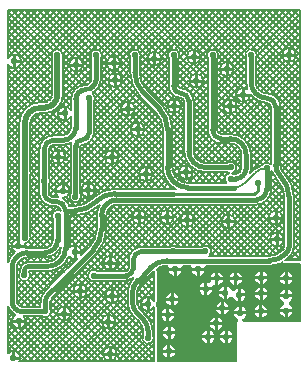
<source format=gbl>
G04 Layer_Physical_Order=2*
G04 Layer_Color=16711680*
%FSLAX25Y25*%
%MOIN*%
G70*
G01*
G75*
%ADD10C,0.00500*%
%ADD11C,0.02000*%
%ADD13C,0.01000*%
%ADD14C,0.01500*%
%ADD15C,0.00600*%
%ADD38C,0.02200*%
G36*
X92920Y34668D02*
X93108Y34387D01*
X93389Y34199D01*
X93720Y34133D01*
X98650D01*
X98878Y33946D01*
Y14500D01*
X79508D01*
X79410Y15500D01*
X79519Y15522D01*
X80214Y15986D01*
X80678Y16681D01*
X80742Y17000D01*
X76658D01*
X76722Y16681D01*
X77186Y15986D01*
X77881Y15522D01*
X77990Y15500D01*
X77892Y14500D01*
X77500D01*
Y1122D01*
X51054D01*
X50867Y1350D01*
Y19445D01*
X50801Y19777D01*
X50718Y19901D01*
X50613Y20133D01*
Y20867D01*
X50718Y21099D01*
X50801Y21223D01*
X50867Y21555D01*
Y31535D01*
X50801Y31867D01*
X51364Y32757D01*
X51875Y33029D01*
X53113Y33405D01*
X54372Y33529D01*
X54400Y33524D01*
X54588Y33340D01*
X55063Y32524D01*
X55058Y32500D01*
X59142D01*
X59137Y32524D01*
X59602Y33324D01*
X59810Y33524D01*
X61990D01*
X62198Y33324D01*
X62663Y32524D01*
X62658Y32500D01*
X66742D01*
X66737Y32524D01*
X67203Y33324D01*
X67410Y33524D01*
X88206D01*
Y33504D01*
X90077Y33688D01*
X91876Y34234D01*
X92797Y34726D01*
X92920Y34668D01*
D02*
G37*
%LPC*%
G36*
X96142Y17800D02*
X94600D01*
Y16258D01*
X94919Y16322D01*
X95614Y16786D01*
X96078Y17481D01*
X96142Y17800D01*
D02*
G37*
G36*
X93600D02*
X92058D01*
X92122Y17481D01*
X92586Y16786D01*
X93281Y16322D01*
X93600Y16258D01*
Y17800D01*
D02*
G37*
G36*
X74842Y18600D02*
X73300D01*
Y17058D01*
X73619Y17122D01*
X74314Y17586D01*
X74778Y18281D01*
X74842Y18600D01*
D02*
G37*
G36*
X72300D02*
X70758D01*
X70822Y18281D01*
X71286Y17586D01*
X71981Y17122D01*
X72300Y17058D01*
Y18600D01*
D02*
G37*
G36*
X87642Y17600D02*
X86100D01*
Y16058D01*
X86419Y16122D01*
X87114Y16586D01*
X87578Y17281D01*
X87642Y17600D01*
D02*
G37*
G36*
X54100Y16400D02*
X52558D01*
X52622Y16081D01*
X53086Y15386D01*
X53781Y14922D01*
X54100Y14858D01*
Y16400D01*
D02*
G37*
G36*
X71200Y16042D02*
Y14500D01*
X72742D01*
X72678Y14819D01*
X72214Y15514D01*
X71519Y15978D01*
X71200Y16042D01*
D02*
G37*
G36*
X85100Y17600D02*
X83558D01*
X83622Y17281D01*
X84086Y16586D01*
X84781Y16122D01*
X85100Y16058D01*
Y17600D01*
D02*
G37*
G36*
X56642Y16400D02*
X55100D01*
Y14858D01*
X55419Y14922D01*
X56114Y15386D01*
X56578Y16081D01*
X56642Y16400D01*
D02*
G37*
G36*
X96142Y22700D02*
X92058D01*
X92122Y22381D01*
X92586Y21686D01*
X93193Y21280D01*
X93242Y20750D01*
X93193Y20220D01*
X92586Y19814D01*
X92122Y19119D01*
X92058Y18800D01*
X96142D01*
X96078Y19119D01*
X95614Y19814D01*
X95007Y20220D01*
X94958Y20750D01*
X95007Y21280D01*
X95614Y21686D01*
X96078Y22381D01*
X96142Y22700D01*
D02*
G37*
G36*
X86100Y20142D02*
Y18600D01*
X87642D01*
X87578Y18919D01*
X87114Y19614D01*
X86419Y20078D01*
X86100Y20142D01*
D02*
G37*
G36*
X73300Y21142D02*
Y19600D01*
X74842D01*
X74778Y19919D01*
X74314Y20614D01*
X73619Y21078D01*
X73300Y21142D01*
D02*
G37*
G36*
X72300D02*
X71981Y21078D01*
X71286Y20614D01*
X70822Y19919D01*
X70758Y19600D01*
X72300D01*
Y21142D01*
D02*
G37*
G36*
X85100Y20142D02*
X84781Y20078D01*
X84086Y19614D01*
X83622Y18919D01*
X83558Y18600D01*
X85100D01*
Y20142D01*
D02*
G37*
G36*
X55100Y18942D02*
Y17400D01*
X56642D01*
X56578Y17719D01*
X56114Y18414D01*
X55419Y18878D01*
X55100Y18942D01*
D02*
G37*
G36*
X54100D02*
X53781Y18878D01*
X53086Y18414D01*
X52622Y17719D01*
X52558Y17400D01*
X54100D01*
Y18942D01*
D02*
G37*
G36*
X79200Y19542D02*
Y18000D01*
X80742D01*
X80678Y18319D01*
X80214Y19014D01*
X79519Y19478D01*
X79200Y19542D01*
D02*
G37*
G36*
X78200D02*
X77881Y19478D01*
X77186Y19014D01*
X76722Y18319D01*
X76658Y18000D01*
X78200D01*
Y19542D01*
D02*
G37*
G36*
X70200Y16042D02*
X69881Y15978D01*
X69186Y15514D01*
X68722Y14819D01*
X68658Y14500D01*
X70200D01*
Y16042D01*
D02*
G37*
G36*
X73500Y9100D02*
X71958D01*
X72022Y8781D01*
X72486Y8086D01*
X73181Y7622D01*
X73500Y7558D01*
Y9100D01*
D02*
G37*
G36*
X70042Y9000D02*
X68500D01*
Y7458D01*
X68819Y7522D01*
X69514Y7986D01*
X69978Y8681D01*
X70042Y9000D01*
D02*
G37*
G36*
X54500Y10400D02*
X52958D01*
X53022Y10081D01*
X53486Y9386D01*
X54181Y8922D01*
X54500Y8858D01*
Y10400D01*
D02*
G37*
G36*
X76042Y9100D02*
X74500D01*
Y7558D01*
X74819Y7622D01*
X75514Y8086D01*
X75978Y8781D01*
X76042Y9100D01*
D02*
G37*
G36*
X67500Y9000D02*
X65958D01*
X66022Y8681D01*
X66486Y7986D01*
X67181Y7522D01*
X67500Y7458D01*
Y9000D01*
D02*
G37*
G36*
X56942Y4300D02*
X55400D01*
Y2758D01*
X55719Y2822D01*
X56414Y3286D01*
X56878Y3981D01*
X56942Y4300D01*
D02*
G37*
G36*
X54400D02*
X52858D01*
X52922Y3981D01*
X53386Y3286D01*
X54081Y2822D01*
X54400Y2758D01*
Y4300D01*
D02*
G37*
G36*
X55400Y6842D02*
Y5300D01*
X56942D01*
X56878Y5619D01*
X56414Y6314D01*
X55719Y6778D01*
X55400Y6842D01*
D02*
G37*
G36*
X54400D02*
X54081Y6778D01*
X53386Y6314D01*
X52922Y5619D01*
X52858Y5300D01*
X54400D01*
Y6842D01*
D02*
G37*
G36*
X55500Y12942D02*
Y11400D01*
X57042D01*
X56978Y11719D01*
X56514Y12414D01*
X55819Y12878D01*
X55500Y12942D01*
D02*
G37*
G36*
X54500D02*
X54181Y12878D01*
X53486Y12414D01*
X53022Y11719D01*
X52958Y11400D01*
X54500D01*
Y12942D01*
D02*
G37*
G36*
X72742Y13500D02*
X71200D01*
Y11958D01*
X71519Y12022D01*
X72214Y12486D01*
X72678Y13181D01*
X72742Y13500D01*
D02*
G37*
G36*
X70200D02*
X68658D01*
X68722Y13181D01*
X69186Y12486D01*
X69881Y12022D01*
X70200Y11958D01*
Y13500D01*
D02*
G37*
G36*
X74500Y11642D02*
Y10100D01*
X76042D01*
X75978Y10419D01*
X75514Y11114D01*
X74819Y11578D01*
X74500Y11642D01*
D02*
G37*
G36*
X67500Y11542D02*
X67181Y11478D01*
X66486Y11014D01*
X66022Y10319D01*
X65958Y10000D01*
X67500D01*
Y11542D01*
D02*
G37*
G36*
X57042Y10400D02*
X55500D01*
Y8858D01*
X55819Y8922D01*
X56514Y9386D01*
X56978Y10081D01*
X57042Y10400D01*
D02*
G37*
G36*
X73500Y11642D02*
X73181Y11578D01*
X72486Y11114D01*
X72022Y10419D01*
X71958Y10100D01*
X73500D01*
Y11642D01*
D02*
G37*
G36*
X68500Y11542D02*
Y10000D01*
X70042D01*
X69978Y10319D01*
X69514Y11014D01*
X68819Y11478D01*
X68500Y11542D01*
D02*
G37*
G36*
X55600Y21600D02*
X54058D01*
X54122Y21281D01*
X54586Y20586D01*
X55281Y20122D01*
X55600Y20058D01*
Y21600D01*
D02*
G37*
G36*
X70400Y31042D02*
X70081Y30978D01*
X69386Y30514D01*
X68922Y29819D01*
X68858Y29500D01*
X70400D01*
Y31042D01*
D02*
G37*
G36*
Y28500D02*
X68858D01*
X68922Y28181D01*
X68965Y28116D01*
X68244Y27395D01*
X68119Y27478D01*
X67800Y27542D01*
Y26000D01*
X69342D01*
X69278Y26319D01*
X69235Y26384D01*
X69956Y27105D01*
X70081Y27022D01*
X70400Y26958D01*
Y28500D01*
D02*
G37*
G36*
X76700Y31042D02*
X76381Y30978D01*
X75686Y30514D01*
X75222Y29819D01*
X75158Y29500D01*
X76700D01*
Y31042D01*
D02*
G37*
G36*
X71400D02*
Y29500D01*
X72942D01*
X72878Y29819D01*
X72414Y30514D01*
X71719Y30978D01*
X71400Y31042D01*
D02*
G37*
G36*
X87742Y28800D02*
X86200D01*
Y27258D01*
X86519Y27322D01*
X87214Y27786D01*
X87678Y28481D01*
X87742Y28800D01*
D02*
G37*
G36*
X93600Y28600D02*
X92058D01*
X92122Y28281D01*
X92586Y27586D01*
X93281Y27122D01*
X93600Y27058D01*
Y28600D01*
D02*
G37*
G36*
X79242Y28500D02*
X77700D01*
Y26958D01*
X78019Y27022D01*
X78714Y27486D01*
X79178Y28181D01*
X79242Y28500D01*
D02*
G37*
G36*
X85200Y28800D02*
X83658D01*
X83722Y28481D01*
X84186Y27786D01*
X84881Y27322D01*
X85200Y27258D01*
Y28800D01*
D02*
G37*
G36*
X96142Y28600D02*
X94600D01*
Y27058D01*
X94919Y27122D01*
X95614Y27586D01*
X96078Y28281D01*
X96142Y28600D01*
D02*
G37*
G36*
X59142Y31500D02*
X57600D01*
Y29958D01*
X57919Y30022D01*
X58614Y30486D01*
X59078Y31181D01*
X59142Y31500D01*
D02*
G37*
G36*
X56600D02*
X55058D01*
X55122Y31181D01*
X55586Y30486D01*
X56281Y30022D01*
X56600Y29958D01*
Y31500D01*
D02*
G37*
G36*
X66742D02*
X65200D01*
Y29958D01*
X65519Y30022D01*
X66214Y30486D01*
X66678Y31181D01*
X66742Y31500D01*
D02*
G37*
G36*
X64200D02*
X62658D01*
X62722Y31181D01*
X63186Y30486D01*
X63881Y30022D01*
X64200Y29958D01*
Y31500D01*
D02*
G37*
G36*
X86200Y31342D02*
Y29800D01*
X87742D01*
X87678Y30119D01*
X87214Y30814D01*
X86519Y31278D01*
X86200Y31342D01*
D02*
G37*
G36*
X93600Y31142D02*
X93281Y31078D01*
X92586Y30614D01*
X92122Y29919D01*
X92058Y29600D01*
X93600D01*
Y31142D01*
D02*
G37*
G36*
X77700Y31042D02*
Y29500D01*
X79242D01*
X79178Y29819D01*
X78714Y30514D01*
X78019Y30978D01*
X77700Y31042D01*
D02*
G37*
G36*
X85200Y31342D02*
X84881Y31278D01*
X84186Y30814D01*
X83722Y30119D01*
X83658Y29800D01*
X85200D01*
Y31342D01*
D02*
G37*
G36*
X94600Y31142D02*
Y29600D01*
X96142D01*
X96078Y29919D01*
X95614Y30614D01*
X94919Y31078D01*
X94600Y31142D01*
D02*
G37*
G36*
X76700Y28500D02*
X75158D01*
X75222Y28181D01*
X75686Y27486D01*
X76381Y27022D01*
X76700Y26958D01*
Y28500D01*
D02*
G37*
G36*
X55600Y24142D02*
X55281Y24078D01*
X54586Y23614D01*
X54122Y22919D01*
X54058Y22600D01*
X55600D01*
Y24142D01*
D02*
G37*
G36*
X73200Y23800D02*
X71658D01*
X71722Y23481D01*
X72186Y22786D01*
X72881Y22322D01*
X73200Y22258D01*
Y23800D01*
D02*
G37*
G36*
X66800Y25000D02*
X65258D01*
X65322Y24681D01*
X65786Y23986D01*
X66481Y23522D01*
X66800Y23458D01*
Y25000D01*
D02*
G37*
G36*
X56600Y24142D02*
Y22600D01*
X58142D01*
X58078Y22919D01*
X57614Y23614D01*
X56919Y24078D01*
X56600Y24142D01*
D02*
G37*
G36*
X87742Y23500D02*
X86200D01*
Y21958D01*
X86519Y22022D01*
X87214Y22486D01*
X87678Y23181D01*
X87742Y23500D01*
D02*
G37*
G36*
X74200Y26342D02*
Y24300D01*
Y22258D01*
X74519Y22322D01*
X75214Y22786D01*
X75358Y23002D01*
X76420Y22791D01*
X76422Y22781D01*
X76886Y22086D01*
X77581Y21622D01*
X77900Y21558D01*
Y23600D01*
Y25642D01*
X77581Y25578D01*
X76886Y25114D01*
X76742Y24898D01*
X75680Y25109D01*
X75678Y25119D01*
X75214Y25814D01*
X74519Y26278D01*
X74200Y26342D01*
D02*
G37*
G36*
X58142Y21600D02*
X56600D01*
Y20058D01*
X56919Y20122D01*
X57614Y20586D01*
X58078Y21281D01*
X58142Y21600D01*
D02*
G37*
G36*
X85200Y23500D02*
X83658D01*
X83722Y23181D01*
X84186Y22486D01*
X84881Y22022D01*
X85200Y21958D01*
Y23500D01*
D02*
G37*
G36*
X80442Y23100D02*
X78900D01*
Y21558D01*
X79219Y21622D01*
X79914Y22086D01*
X80378Y22781D01*
X80442Y23100D01*
D02*
G37*
G36*
X73200Y26342D02*
X72881Y26278D01*
X72186Y25814D01*
X71722Y25119D01*
X71658Y24800D01*
X73200D01*
Y26342D01*
D02*
G37*
G36*
X86200Y26042D02*
Y24500D01*
X87742D01*
X87678Y24819D01*
X87214Y25514D01*
X86519Y25978D01*
X86200Y26042D01*
D02*
G37*
G36*
X72942Y28500D02*
X71400D01*
Y26958D01*
X71719Y27022D01*
X72414Y27486D01*
X72878Y28181D01*
X72942Y28500D01*
D02*
G37*
G36*
X66800Y27542D02*
X66481Y27478D01*
X65786Y27014D01*
X65322Y26319D01*
X65258Y26000D01*
X66800D01*
Y27542D01*
D02*
G37*
G36*
X85200Y26042D02*
X84881Y25978D01*
X84186Y25514D01*
X83722Y24819D01*
X83658Y24500D01*
X85200D01*
Y26042D01*
D02*
G37*
G36*
X93600Y25242D02*
X93281Y25178D01*
X92586Y24714D01*
X92122Y24019D01*
X92058Y23700D01*
X93600D01*
Y25242D01*
D02*
G37*
G36*
X69342Y25000D02*
X67800D01*
Y23458D01*
X68119Y23522D01*
X68814Y23986D01*
X69278Y24681D01*
X69342Y25000D01*
D02*
G37*
G36*
X78900Y25642D02*
Y24100D01*
X80442D01*
X80378Y24419D01*
X79914Y25114D01*
X79219Y25578D01*
X78900Y25642D01*
D02*
G37*
G36*
X94600Y25242D02*
Y23700D01*
X96142D01*
X96078Y24019D01*
X95614Y24714D01*
X94919Y25178D01*
X94600Y25242D01*
D02*
G37*
%LPD*%
D10*
X84250Y103500D02*
G03*
X80700Y102385I-1950J0D01*
G01*
X83900D02*
G03*
X84250Y103500I-1600J1115D01*
G01*
X97350D02*
G03*
X97350Y103500I-2350J0D01*
G01*
X71450D02*
G03*
X67900Y102385I-1950J0D01*
G01*
X71100D02*
G03*
X71450Y103500I-1600J1115D01*
G01*
X76550Y98800D02*
G03*
X76550Y98800I-2350J0D01*
G01*
X92123Y86277D02*
G03*
X87700Y90700I-4423J0D01*
G01*
X88923Y86277D02*
G03*
X87700Y87500I-1223J0D01*
G01*
X83900Y94500D02*
G03*
X87700Y90700I3800J0D01*
G01*
X80700Y94500D02*
G03*
X81140Y92057I7000J0D01*
G01*
X82043Y90377D02*
G03*
X87700Y87500I5657J4123D01*
G01*
X81140Y92057D02*
G03*
X82050Y90200I-1440J-1857D01*
G01*
X77750Y86329D02*
G03*
X77750Y86329I-2350J0D01*
G01*
X71100Y78400D02*
G03*
X72300Y77200I1200J0D01*
G01*
X82300Y70309D02*
G03*
X75409Y77200I-6891J0D01*
G01*
X79100Y70309D02*
G03*
X75409Y74000I-3691J0D01*
G01*
X67900Y78400D02*
G03*
X72300Y74000I4400J0D01*
G01*
X65550Y102900D02*
G03*
X65550Y102900I-2350J0D01*
G01*
X58100Y102385D02*
G03*
X58450Y103500I-1600J1115D01*
G01*
D02*
G03*
X54900Y102385I-1950J0D01*
G01*
X66450Y94900D02*
G03*
X66450Y94900I-2350J0D01*
G01*
X45200Y102385D02*
G03*
X45550Y103500I-1600J1115D01*
G01*
X52450Y102300D02*
G03*
X52450Y102300I-2350J0D01*
G01*
X45550Y103500D02*
G03*
X42000Y102385I-1950J0D01*
G01*
X45200Y97842D02*
G03*
X47660Y91902I8400J0D01*
G01*
X42000Y97842D02*
G03*
X45398Y89640I11600J0D01*
G01*
X63200Y88000D02*
G03*
X58800Y92400I-4400J0D01*
G01*
X60000Y88000D02*
G03*
X58800Y89200I-1200J0D01*
G01*
X58100Y93100D02*
G03*
X58800Y92400I700J0D01*
G01*
X63200Y71500D02*
G03*
X67100Y67600I3900J0D01*
G01*
X54900Y93100D02*
G03*
X58800Y89200I3900J0D01*
G01*
X59050Y86500D02*
G03*
X59050Y86500I-2350J0D01*
G01*
X43650Y85600D02*
G03*
X43650Y85600I-2350J0D01*
G01*
X56100Y78658D02*
G03*
X52702Y86860I-11600J0D01*
G01*
X52900Y78658D02*
G03*
X50440Y84598I-8400J0D01*
G01*
X46850Y78700D02*
G03*
X46850Y78700I-2350J0D01*
G01*
X92123Y66908D02*
G03*
X93228Y64235I3785J0D01*
G01*
X89221Y64888D02*
G03*
X90969Y61969I6687J2019D01*
G01*
X88923Y67139D02*
G03*
X85778Y66721I-1423J-1333D01*
G01*
X96600Y56099D02*
G03*
X93231Y64231I-11501J0D01*
G01*
X93400Y56099D02*
G03*
X90969Y61969I-8301J0D01*
G01*
X84000Y53600D02*
G03*
X89100Y58700I0J5100D01*
G01*
X85778Y66721D02*
G03*
X82940Y65066I1722J-6215D01*
G01*
X82042Y64168D02*
G03*
X82300Y65783I-4925J1615D01*
G01*
X77450Y66000D02*
G03*
X74385Y67600I-1950J0D01*
G01*
X60000Y71500D02*
G03*
X67100Y64400I7100J0D01*
G01*
X75939Y64100D02*
G03*
X77450Y66000I-439J1900D01*
G01*
X74385Y64400D02*
G03*
X75061Y64100I1115J1600D01*
G01*
X77117Y63800D02*
G03*
X79100Y65783I0J1983D01*
G01*
X76615Y63800D02*
G03*
X75939Y64100I-1115J-1600D01*
G01*
X75061D02*
G03*
X74047Y60900I439J-1900D01*
G01*
X95131Y36169D02*
G03*
X96600Y39714I-3546J3546D01*
G01*
X93720Y35000D02*
G03*
X95131Y36169I-5514J8094D01*
G01*
X93250Y42000D02*
G03*
X93250Y42000I-2350J0D01*
G01*
X92871Y38434D02*
G03*
X93400Y39714I-1286J1280D01*
G01*
X88206Y36500D02*
G03*
X92865Y38428I0J6594D01*
G01*
X92850Y49300D02*
G03*
X92850Y49300I-2350J0D01*
G01*
X77150Y48000D02*
G03*
X77150Y48000I-2350J0D01*
G01*
X68346Y36500D02*
G03*
X69050Y38000I-1246J1500D01*
G01*
D02*
G03*
X65985Y39600I-1950J0D01*
G01*
X62950Y64400D02*
G03*
X62950Y64400I-2350J0D01*
G01*
X56100Y66000D02*
G03*
X61200Y60900I5100J0D01*
G01*
X63350Y48400D02*
G03*
X63350Y48400I-2350J0D01*
G01*
X57059Y58650D02*
G03*
X56200Y58900I-859J-1350D01*
G01*
X52900Y66000D02*
G03*
X57344Y58650I8300J0D01*
G01*
X49550Y63800D02*
G03*
X49550Y63800I-2350J0D01*
G01*
X56574Y49500D02*
G03*
X56574Y49500I-2350J0D01*
G01*
X47350Y49400D02*
G03*
X47350Y49400I-2350J0D01*
G01*
X57415Y39600D02*
G03*
X55185Y39600I-1115J-1600D01*
G01*
X50000Y21555D02*
G03*
X50000Y19445I-2100J-1055D01*
G01*
X49600Y11396D02*
G03*
X47431Y16631I-7404J0D01*
G01*
X49950Y9100D02*
G03*
X49600Y10215I-1950J0D01*
G01*
X46400D02*
G03*
X49950Y9100I1600J-1115D01*
G01*
X45900Y39600D02*
G03*
X41500Y35200I0J-4400D01*
G01*
X40583Y28300D02*
G03*
X43133Y29185I0J4117D01*
G01*
Y29185D02*
G03*
X41200Y24196I5471J-4989D01*
G01*
X45628Y27165D02*
G03*
X44400Y24196I2976J-2969D01*
G01*
X40583Y31500D02*
G03*
X41500Y32417I0J917D01*
G01*
X46400Y11396D02*
G03*
X45172Y14365I-4204J0D01*
G01*
X44400Y21000D02*
G03*
X45342Y18720I3228J0D01*
G01*
X41200Y21000D02*
G03*
X43083Y16454I6428J0D01*
G01*
X38850Y100700D02*
G03*
X38850Y100700I-2350J0D01*
G01*
X32300Y102385D02*
G03*
X32650Y103500I-1600J1115D01*
G01*
D02*
G03*
X29100Y102385I-1950J0D01*
G01*
X39350Y95100D02*
G03*
X39350Y95100I-2350J0D01*
G01*
X29434Y90853D02*
G03*
X32300Y95500I-2334J4647D01*
G01*
X30350Y89200D02*
G03*
X29434Y90853I-1950J0D01*
G01*
X27100Y93500D02*
G03*
X29100Y95500I0J2000D01*
G01*
X27100Y93500D02*
G03*
X22300Y88700I0J-4800D01*
G01*
X26350Y100300D02*
G03*
X26350Y100300I-2350J0D01*
G01*
X38250Y69400D02*
G03*
X38250Y69400I-2350J0D01*
G01*
X30000Y88085D02*
G03*
X30350Y89200I-1600J1115D01*
G01*
X25800Y73500D02*
G03*
X30000Y77700I0J4200D01*
G01*
X25800Y73500D02*
G03*
X25500Y73200I0J-300D01*
G01*
X36935Y58900D02*
G03*
X29769Y55931I0J-10136D01*
G01*
X30350Y58400D02*
G03*
X30350Y58400I-2350J0D01*
G01*
X22443Y74190D02*
G03*
X22346Y73769I3357J-989D01*
G01*
X19700Y73500D02*
G03*
X22443Y74190I0J5800D01*
G01*
X25400Y72643D02*
G03*
X25500Y73200I-1500J557D01*
G01*
X22346Y73769D02*
G03*
X22200Y73100I1453J-669D01*
G01*
X25400Y72643D02*
G03*
X25500Y73200I-1500J557D01*
G01*
X22346Y73769D02*
G03*
X22200Y73100I1453J-669D01*
G01*
X22300Y85055D02*
G03*
X22300Y82945I-2100J-1055D01*
G01*
X19700Y76700D02*
G03*
X22300Y79300I0J2600D01*
G01*
X25750Y56300D02*
G03*
X25400Y57415I-1950J0D01*
G01*
X19550Y102884D02*
G03*
X19650Y103500I-1850J616D01*
G01*
D02*
G03*
X15850Y102884I-1950J0D01*
G01*
X19650Y93017D02*
G03*
X19550Y93634I-1950J0D01*
G01*
X15850Y93117D02*
G03*
X15950Y92517I1850J0D01*
G01*
X15850Y93117D02*
G03*
X15950Y92517I1850J0D01*
G01*
X13565Y87815D02*
G03*
X15950Y90200I0J2385D01*
G01*
X13565Y84115D02*
G03*
X19650Y90200I0J6085D01*
G01*
X12200Y84115D02*
G03*
X8750Y80665I0J-3450D01*
G01*
X12200Y87815D02*
G03*
X5050Y80665I0J-7150D01*
G01*
X5750Y101400D02*
G03*
X1350Y102549I-2350J0D01*
G01*
Y100251D02*
G03*
X5750Y101400I2050J1149D01*
G01*
X20450Y69500D02*
G03*
X20450Y69500I-2350J0D01*
G01*
X16400Y73500D02*
G03*
X15000Y72100I0J-1400D01*
G01*
X16400Y76700D02*
G03*
X11800Y72100I0J-4600D01*
G01*
X21850Y58100D02*
G03*
X18070Y56235I-2350J0D01*
G01*
Y56235D02*
G03*
X17419Y56281I-650J-4635D01*
G01*
X15350Y61400D02*
G03*
X15000Y62515I-1950J0D01*
G01*
X14900Y60154D02*
G03*
X15350Y61400I-1500J1246D01*
G01*
X14900Y57500D02*
G03*
X16119Y56281I1219J0D01*
G01*
X8750Y63440D02*
G03*
X8904Y64200I-1796J760D01*
G01*
D02*
G03*
X8750Y64960I-1950J0D01*
G01*
X11800Y62515D02*
G03*
X11700Y60445I1600J-1115D01*
G01*
X5050Y64620D02*
G03*
X5050Y63780I1904J-420D01*
G01*
X37700Y53600D02*
G03*
X34100Y50000I0J-3600D01*
G01*
X31902Y53552D02*
G03*
X30900Y50000I5798J-3552D01*
G01*
X28444Y39506D02*
G03*
X30900Y45442I-5944J5936D01*
G01*
X37750Y34200D02*
G03*
X37750Y34200I-2350J0D01*
G01*
X30702Y37240D02*
G03*
X34100Y45442I-8202J8202D01*
G01*
X23558Y53200D02*
G03*
X29498Y55660I0J8400D01*
G01*
X23558Y50000D02*
G03*
X31760Y53398I0J11600D01*
G01*
X22200Y57415D02*
G03*
X25750Y56300I1600J-1115D01*
G01*
X19582Y55751D02*
G03*
X21850Y58100I-82J2349D01*
G01*
X21818Y53200D02*
G03*
X19582Y55751I-4399J-1600D01*
G01*
X25850Y37700D02*
G03*
X22100Y39588I-2350J0D01*
G01*
X25652Y36756D02*
G03*
X25850Y37700I-2152J944D01*
G01*
X21587Y36336D02*
G03*
X24411Y35534I1913J1364D01*
G01*
X38350Y23100D02*
G03*
X38350Y23100I-2350J0D01*
G01*
X31015Y31500D02*
G03*
X31015Y28300I-1115J-1600D01*
G01*
X37150Y14600D02*
G03*
X37150Y14600I-2350J0D01*
G01*
X37650Y3900D02*
G03*
X37650Y3900I-2350J0D01*
G01*
X27650Y24800D02*
G03*
X27650Y24800I-2350J0D01*
G01*
X22350Y17300D02*
G03*
X22350Y17300I-2350J0D01*
G01*
X18900Y51600D02*
G03*
X17419Y53081I-1481J0D01*
G01*
X18900Y51574D02*
G03*
X16300Y48785I-1000J-1674D01*
G01*
X11700Y57500D02*
G03*
X16119Y53081I4419J0D01*
G01*
X8850Y42600D02*
G03*
X8750Y43216I-1950J0D01*
G01*
X13600Y36000D02*
G03*
X18900Y39308I0J5900D01*
G01*
X13600Y39200D02*
G03*
X16300Y41900I0J2700D01*
G01*
X14400Y34600D02*
G03*
X18900Y39100I0J4500D01*
G01*
X14400Y31400D02*
G03*
X21587Y36336I0J7700D01*
G01*
X6990Y40652D02*
G03*
X8850Y42600I-90J1948D01*
G01*
X7150Y39800D02*
G03*
X6990Y40652I-2350J0D01*
G01*
X5050Y43216D02*
G03*
X5005Y42141I1850J-616D01*
G01*
X7064Y39169D02*
G03*
X7150Y39800I-2264J631D01*
G01*
X7700Y39200D02*
G03*
X7064Y39169I0J-6600D01*
G01*
X7700Y36000D02*
G03*
X4300Y32600I0J-3400D01*
G01*
X5005Y42141D02*
G03*
X3605Y37776I-205J-2341D01*
G01*
Y37776D02*
G03*
X1350Y34399I4095J-5176D01*
G01*
X16216Y22932D02*
G03*
X15300Y20720I2211J-2211D01*
G01*
X8750Y30000D02*
G03*
X8400Y31115I-1950J0D01*
G01*
X8200Y34600D02*
G03*
X5200Y31600I0J-3000D01*
G01*
X13953Y25194D02*
G03*
X12100Y20720I4474J-4474D01*
G01*
X12585Y16400D02*
G03*
X15650Y18000I1115J1600D01*
G01*
D02*
G03*
X15300Y19115I-1950J0D01*
G01*
X7250Y14700D02*
G03*
X6522Y16400I-2350J0D01*
G01*
X5149Y1350D02*
G03*
X5450Y2500I-2049J1150D01*
G01*
X5200Y31115D02*
G03*
X8750Y30000I1600J-1115D01*
G01*
X4300Y21200D02*
G03*
X5900Y19600I1600J0D01*
G01*
X1350Y19671D02*
G03*
X3911Y16832I4550J1529D01*
G01*
D02*
G03*
X7250Y14700I989J-2132D01*
G01*
X5450Y2500D02*
G03*
X1350Y4068I-2350J0D01*
G01*
X96112Y118650D02*
X98650Y116112D01*
X98234Y118650D02*
X98650Y118234D01*
X89748Y118650D02*
X98650Y109748D01*
X85506Y118650D02*
X98650Y105506D01*
X87627Y118650D02*
X98650Y107627D01*
X83384Y118650D02*
X98650Y103384D01*
X96891Y104895D02*
X98650Y106654D01*
X95637Y105762D02*
X98650Y108775D01*
X97333Y103215D02*
X98650Y104532D01*
X93991Y118650D02*
X98650Y113991D01*
X91870Y118650D02*
X98650Y111870D01*
X83893Y104625D02*
X97918Y118650D01*
X82577Y105430D02*
X95797Y118650D01*
X84069Y102679D02*
X98650Y117260D01*
X81263Y118650D02*
X94203Y105711D01*
X79142Y118650D02*
X93022Y104769D01*
X77021Y118650D02*
X92714Y102957D01*
X96269Y101522D02*
X98650Y99142D01*
X97211Y102703D02*
X98650Y101263D01*
X87003Y90764D02*
X98650Y102411D01*
X83900Y98268D02*
X98650Y113018D01*
X83900Y100389D02*
X98650Y115139D01*
X83900Y96146D02*
X98650Y110896D01*
X88896Y90535D02*
X98650Y100290D01*
X94457Y101214D02*
X98650Y97021D01*
X83900Y96921D02*
X98650Y82171D01*
X83900Y101164D02*
X98650Y86414D01*
X83900Y99043D02*
X98650Y84293D01*
X84185Y103000D02*
X98650Y88535D01*
X83900Y94500D02*
Y102385D01*
X80700Y94500D02*
Y102385D01*
X83926Y94051D02*
X92738Y102863D01*
X90321Y89840D02*
X98650Y98168D01*
X90321Y89840D02*
X98650Y98168D01*
X91361Y88758D02*
X98650Y96047D01*
X84479Y92483D02*
X93605Y101609D01*
X85511Y91394D02*
X95285Y101167D01*
X69839Y105420D02*
X83069Y118650D01*
X68535D02*
X81800Y105385D01*
X66414Y118650D02*
X80603Y104461D01*
X65527Y103229D02*
X80948Y118650D01*
X64293D02*
X80700Y102243D01*
X62171Y118650D02*
X80700Y100121D01*
X74050Y101145D02*
X91554Y118650D01*
X71191Y102530D02*
X87312Y118650D01*
X75664Y100638D02*
X93676Y118650D01*
X71122Y104582D02*
X85190Y118650D01*
X71100Y100317D02*
X89433Y118650D01*
X64799Y104622D02*
X78826Y118650D01*
X63303Y105248D02*
X76705Y118650D01*
X58224Y104411D02*
X72463Y118650D01*
X58100Y102166D02*
X74584Y118650D01*
X76487Y99340D02*
X80370Y103223D01*
X71399Y103058D02*
X73435Y101022D01*
X71100Y101236D02*
X72240Y100096D01*
X72778Y118650D02*
X98650Y92778D01*
X74899Y118650D02*
X98650Y94899D01*
X71100Y91832D02*
X80700Y101432D01*
X57929Y118650D02*
X80700Y95879D01*
X60050Y118650D02*
X80700Y98000D01*
X70657Y118650D02*
X98650Y90657D01*
X76422Y98035D02*
X80744Y93713D01*
X75496Y96840D02*
X79788Y92548D01*
X71100Y89710D02*
X80700Y99310D01*
X71100Y87589D02*
X80700Y97189D01*
X71100Y85468D02*
X80700Y95068D01*
X71100Y99115D02*
X71901Y98314D01*
X71100Y78400D02*
Y102385D01*
X73714Y96501D02*
X78203Y92012D01*
X71100Y93953D02*
X73660Y96513D01*
X71100Y96993D02*
X77402Y90691D01*
X71100Y98196D02*
X71855Y98950D01*
X71100Y96074D02*
X72362Y97336D01*
X92123Y85277D02*
X98650Y91804D01*
X92007Y87283D02*
X98650Y93926D01*
X92123Y83156D02*
X98650Y89683D01*
X83187Y89149D02*
X88923Y83413D01*
X81512Y88703D02*
X88923Y81292D01*
X92123Y81035D02*
X98650Y87562D01*
X92112Y86588D02*
X98650Y80050D01*
X86913Y87544D02*
X88923Y85535D01*
X80191Y87902D02*
X88923Y79171D01*
X83900Y94800D02*
X88011Y90689D01*
X80241Y92487D02*
X80844Y93090D01*
X82048Y90288D02*
X82349Y89986D01*
X77415Y87539D02*
X78236Y88361D01*
X77651Y85655D02*
X79851Y87855D01*
X92123Y74671D02*
X98650Y81198D01*
X92123Y82335D02*
X98650Y75807D01*
X92123Y80213D02*
X98650Y73686D01*
X92123Y84456D02*
X98650Y77929D01*
X92123Y78913D02*
X98650Y85440D01*
X92123Y76792D02*
X98650Y83319D01*
X92123Y75971D02*
X98650Y69443D01*
X92123Y70428D02*
X98650Y76955D01*
X92123Y68307D02*
X98650Y74834D01*
X92123Y72549D02*
X98650Y79076D01*
X92123Y78092D02*
X98650Y71565D01*
X80090Y75366D02*
X88923Y84198D01*
X78870Y76268D02*
X88922Y86319D01*
X81076Y74230D02*
X88923Y82077D01*
X77391Y76909D02*
X87955Y87473D01*
X77740Y86111D02*
X88923Y74928D01*
X82300Y69090D02*
X88923Y75713D01*
X82247Y71159D02*
X88923Y77835D01*
X87320Y67747D02*
X88923Y69349D01*
X81815Y72848D02*
X88923Y79956D01*
X80922Y74443D02*
X87613Y67752D01*
X76267Y88513D02*
X77413Y89659D01*
X71567Y77450D02*
X83230Y89113D01*
X71100Y94872D02*
X88923Y77049D01*
X73439Y77200D02*
X84509Y88270D01*
X75559Y77198D02*
X86056Y87696D01*
X71100Y79104D02*
X76075Y84078D01*
X71100Y82144D02*
X76077Y77168D01*
X71100Y92751D02*
X75182Y88669D01*
X71100Y90629D02*
X73738Y87991D01*
X71100Y88508D02*
X73060Y86548D01*
X71100Y80023D02*
X73923Y77200D01*
X72300D02*
X75409D01*
X71100Y83346D02*
X73216Y85462D01*
X71100Y81225D02*
X74190Y84315D01*
X77062Y84668D02*
X88923Y72807D01*
X77391Y76909D02*
X87955Y87473D01*
X75618Y83990D02*
X88923Y70685D01*
X71100Y84265D02*
X79543Y75822D01*
X71100Y86387D02*
X88923Y68564D01*
X75001Y74000D02*
X79100Y69901D01*
X76586Y67619D02*
X79100Y70133D01*
X72880Y74000D02*
X79100Y67780D01*
X74547Y67701D02*
X78742Y71896D01*
X72300Y74000D02*
X75409D01*
X64680Y68441D02*
X70586Y74347D01*
X63200Y79438D02*
X74813Y67825D01*
X63200Y75195D02*
X70795Y67600D01*
X70203D02*
X76452Y73849D01*
X68082Y67600D02*
X74482Y74000D01*
X72324Y67600D02*
X77824Y73100D01*
X66093Y67732D02*
X72360Y74000D01*
X67100Y67600D02*
X74385D01*
X57059Y105368D02*
X70341Y118650D01*
X55807D02*
X69058Y105399D01*
X53686Y118650D02*
X67830Y104506D01*
X52391Y102822D02*
X68220Y118650D01*
X51577Y104128D02*
X66099Y118650D01*
X51565D02*
X67900Y102315D01*
X64797Y101175D02*
X67900Y98072D01*
X65526Y102567D02*
X67900Y100193D01*
X63767Y97226D02*
X67900Y101359D01*
X58439Y103291D02*
X64517Y97213D01*
X58100Y97923D02*
X61478Y101301D01*
X58100Y100045D02*
X60852Y102797D01*
X58100Y101508D02*
X62770Y96838D01*
X52333Y103033D02*
X54900Y100465D01*
X52129Y101115D02*
X54900Y98344D01*
X66353Y95569D02*
X67900Y97117D01*
X65471Y96809D02*
X67900Y99238D01*
Y78400D02*
Y102385D01*
X63299Y100552D02*
X67900Y95951D01*
X58100Y93681D02*
X67580Y103161D01*
X58100Y97265D02*
X67900Y87465D01*
X66413Y95317D02*
X67900Y93829D01*
X66038Y93570D02*
X67900Y91708D01*
X62780Y89876D02*
X67900Y94996D01*
X58100Y95144D02*
X67900Y85344D01*
X58100Y95802D02*
X62871Y100573D01*
X58100Y99387D02*
X61864Y95623D01*
X58100Y93100D02*
Y102385D01*
X50995Y100127D02*
X54900Y96223D01*
Y93100D02*
Y102385D01*
X58938Y92398D02*
X61774Y95233D01*
X44288Y105325D02*
X57613Y118650D01*
X43079D02*
X56291Y105439D01*
X45380Y104296D02*
X59735Y118650D01*
X40958D02*
X54939Y104669D01*
X38837Y118650D02*
X54676Y102811D01*
X38599Y101757D02*
X55492Y118650D01*
X49974Y104647D02*
X63977Y118650D01*
X49443D02*
X62867Y105226D01*
X47322Y118650D02*
X61475Y104497D01*
X45201Y118650D02*
X60852Y102999D01*
X45200Y101994D02*
X61856Y118650D01*
X37532Y102811D02*
X53371Y118650D01*
X38591Y99628D02*
X41775Y102812D01*
X45200Y99873D02*
X47753Y102426D01*
X38268Y102248D02*
X42000Y98516D01*
X46768Y92955D02*
X54900Y101087D01*
X45986Y94295D02*
X54632Y102941D01*
X47748Y91814D02*
X54900Y98966D01*
X45200Y101680D02*
X55148Y91733D01*
X45549Y103452D02*
X54900Y94101D01*
X45200Y99559D02*
X56012Y88747D01*
X49870Y89693D02*
X54900Y94723D01*
X48809Y90754D02*
X54900Y96845D01*
X45805Y94711D02*
X54378Y86138D01*
X45210Y97427D02*
X54781Y87857D01*
X39333Y94819D02*
X52247Y81905D01*
X45200Y97752D02*
X48272Y100823D01*
X45200Y97842D02*
Y102385D01*
X45436Y95866D02*
X49578Y100009D01*
X42000Y97842D02*
Y102385D01*
X38203Y97119D02*
X42000Y100915D01*
X39181Y95975D02*
X42000Y98794D01*
X38648Y99747D02*
X42104Y96291D01*
X37633Y98641D02*
X42892Y93382D01*
X63197Y88171D02*
X67900Y92874D01*
X64823Y92664D02*
X67900Y89587D01*
X63200Y86053D02*
X67900Y90753D01*
X61903Y91120D02*
X63431Y92647D01*
X60653Y91991D02*
X62191Y93529D01*
X63200Y81810D02*
X67900Y86510D01*
X63200Y87923D02*
X67900Y83223D01*
X63200Y85801D02*
X67900Y81101D01*
X63200Y83932D02*
X67900Y88632D01*
X58105Y93018D02*
X58718Y92405D01*
X58627Y87844D02*
X59640Y88857D01*
X57433Y89448D02*
X60000Y86880D01*
X57404Y88742D02*
X57955Y89293D01*
X58947Y85812D02*
X60000Y84759D01*
X59018Y86114D02*
X60000Y87096D01*
X58056Y84581D02*
X60000Y82638D01*
X63200Y81559D02*
X68404Y76354D01*
X63200Y77568D02*
X67900Y82268D01*
X63200Y75446D02*
X67900Y80146D01*
X63200Y83680D02*
X67900Y78980D01*
X63200Y79689D02*
X67900Y84389D01*
X63200Y71500D02*
Y88000D01*
X63703Y69585D02*
X69300Y75182D01*
X63210Y71214D02*
X68386Y76390D01*
X63245Y70907D02*
X66507Y67645D01*
X63200Y73325D02*
X67915Y78040D01*
X56100Y76832D02*
X60000Y80732D01*
X56338Y84178D02*
X60000Y80516D01*
Y71500D02*
Y88000D01*
X56100Y74710D02*
X60000Y78610D01*
X56100Y78052D02*
X60000Y74152D01*
X56100Y73810D02*
X60240Y69670D01*
X56100Y70468D02*
X60000Y74368D01*
X56100Y68346D02*
X60000Y72246D01*
X56100Y72589D02*
X60000Y76489D01*
X56100Y75931D02*
X60000Y72031D01*
X51991Y87572D02*
X55477Y91058D01*
X53044Y86504D02*
X56495Y89954D01*
X50930Y88632D02*
X54928Y92630D01*
X47662Y91901D02*
X52701Y86862D01*
X45399Y89638D02*
X50438Y84599D01*
X54792Y84009D02*
X55356Y84572D01*
X55435Y82530D02*
X57086Y84182D01*
X53990Y85328D02*
X54458Y85796D01*
X43075Y87141D02*
X45486Y89552D01*
X41724Y87911D02*
X44483Y90670D01*
X43650Y85595D02*
X46546Y88491D01*
X37154Y92755D02*
X42100Y87810D01*
X42226Y83440D02*
X44620Y81047D01*
X45321Y80902D02*
X49728Y85309D01*
X55888Y80863D02*
X60000Y84974D01*
X55158Y83237D02*
X60000Y78395D01*
X43510Y86400D02*
X52900Y77010D01*
X43345Y84443D02*
X52900Y74888D01*
X55985Y80289D02*
X60000Y76274D01*
X56096Y78949D02*
X60000Y82853D01*
X46847Y78820D02*
X52900Y72767D01*
X46325Y77220D02*
X52900Y70646D01*
X45017Y76407D02*
X52900Y68524D01*
X46490Y79950D02*
X50779Y84238D01*
X46776Y78114D02*
X51680Y83018D01*
X38627Y93404D02*
X52886Y79145D01*
X37582Y71041D02*
X43250Y76710D01*
X38243Y69581D02*
X45086Y76424D01*
X92802Y64744D02*
X98650Y70591D01*
X92181Y66244D02*
X98650Y72713D01*
X93800Y63620D02*
X98650Y68470D01*
X92123Y71728D02*
X98650Y65201D01*
X92123Y73849D02*
X98650Y67322D01*
X92123Y69607D02*
X98650Y63079D01*
X95477Y61055D02*
X98650Y64227D01*
X94713Y62411D02*
X98650Y66349D01*
X96076Y59532D02*
X98650Y62106D01*
X92123Y67485D02*
X98650Y60958D01*
X92990Y64496D02*
X98650Y58837D01*
X92123Y66908D02*
Y86277D01*
X88923Y67139D02*
Y86277D01*
X89100Y58700D02*
Y64691D01*
Y58920D02*
X91529Y61349D01*
X89100Y61041D02*
X90521Y62462D01*
X89100Y62023D02*
X93196Y57926D01*
X89100Y64144D02*
X89901Y63344D01*
X89100Y63163D02*
X89681Y63743D01*
X96600Y55813D02*
X98650Y57863D01*
X96472Y57807D02*
X98650Y59985D01*
Y35000D02*
Y118650D01*
X96177Y59188D02*
X98650Y56715D01*
X96600Y54523D02*
X98650Y52473D01*
X96600Y53692D02*
X98650Y55742D01*
X96600Y51571D02*
X98650Y53621D01*
X96586Y56658D02*
X98650Y54594D01*
X96600Y39714D02*
Y56099D01*
X89029Y57851D02*
X93400Y53480D01*
X89100Y59901D02*
X93400Y55601D01*
X88486Y56273D02*
X93400Y51359D01*
X88367Y56065D02*
X92382Y60081D01*
X90307Y51642D02*
X93400Y54735D01*
X87575Y55063D02*
X91054Y51584D01*
X93400Y39714D02*
Y56099D01*
X86345Y54171D02*
X89235Y51281D01*
X84741Y53654D02*
X88292Y50103D01*
X82300Y66969D02*
X88923Y73592D01*
X82300Y68823D02*
X84773Y66350D01*
X82300Y65783D02*
Y70309D01*
X82268Y70977D02*
X86091Y67153D01*
X79100Y65783D02*
Y70309D01*
X82194Y64742D02*
X88923Y71471D01*
X82300Y66701D02*
X83465Y65537D01*
X82042Y64168D02*
X82940Y65066D01*
X77421Y66333D02*
X79100Y68012D01*
X68082Y67600D02*
X74482Y74000D01*
X70254Y74504D02*
X79096Y65662D01*
X63200Y77316D02*
X72916Y67600D01*
X63200Y73074D02*
X68673Y67600D01*
X77325Y65313D02*
X78382Y64256D01*
X67100Y64400D02*
X74385D01*
X73995D02*
X74513Y63882D01*
X77009Y63800D02*
X79100Y65891D01*
X76615Y63800D02*
X77117D01*
X76296Y64220D02*
X76716Y63800D01*
X70923Y36500D02*
X93016Y58593D01*
X82674Y53600D02*
X93400Y42873D01*
X80552Y53600D02*
X89987Y44165D01*
X74188Y53600D02*
X90769Y37019D01*
X68801Y36500D02*
X86635Y54333D01*
X73044Y36500D02*
X93368Y56824D01*
X71873Y64400D02*
X73607Y62667D01*
X69867Y60900D02*
X73367Y64400D01*
X69752D02*
X73252Y60900D01*
X65270Y64640D02*
X69010Y60900D01*
X65624D02*
X69124Y64400D01*
X71988Y60900D02*
X73571Y62482D01*
X67746Y60900D02*
X71246Y64400D01*
X61200Y60900D02*
X74047D01*
X67631Y64400D02*
X71131Y60900D01*
X96600Y49449D02*
X98650Y51499D01*
X96600Y52401D02*
X98650Y50351D01*
X96600Y47328D02*
X98650Y49378D01*
X92779Y49872D02*
X93400Y50492D01*
X91942Y51156D02*
X93400Y52613D01*
X96600Y50280D02*
X98650Y48230D01*
X96600Y43085D02*
X98650Y45135D01*
X96600Y46038D02*
X98650Y43988D01*
X96600Y43916D02*
X98650Y41866D01*
X96600Y48159D02*
X98650Y46109D01*
X96600Y45207D02*
X98650Y47257D01*
X92784Y49854D02*
X93400Y49237D01*
X92481Y48035D02*
X93400Y47116D01*
X91438Y44287D02*
X93400Y46249D01*
X91303Y47092D02*
X93400Y44995D01*
X92737Y43465D02*
X93400Y44128D01*
X96600Y41795D02*
X98650Y39745D01*
X96600Y40964D02*
X98650Y43014D01*
X96600Y39674D02*
X98650Y37624D01*
X96506Y38749D02*
X98650Y40893D01*
X94879Y35000D02*
X98650Y38771D01*
X97000Y35000D02*
X98650Y36650D01*
X96258Y37894D02*
X98650Y35502D01*
X95478Y36553D02*
X97031Y35000D01*
X93720D02*
X98650D01*
X93065Y41087D02*
X93400Y40752D01*
X92069Y39962D02*
X93181Y38850D01*
X90385Y36871D02*
X93400Y39885D01*
X94401Y35508D02*
X94910Y35000D01*
X90130Y39780D02*
X92121Y37788D01*
X78431Y53600D02*
X88862Y43169D01*
X76967Y48908D02*
X81659Y53600D01*
X76310D02*
X88680Y41230D01*
X37700Y53600D02*
X84000D01*
X72067D02*
X75393Y50274D01*
X75973Y50036D02*
X79537Y53600D01*
X74040Y50224D02*
X77416Y53600D01*
X61295Y39600D02*
X75295Y53600D01*
X69946D02*
X73554Y49992D01*
X67824Y53600D02*
X72600Y48825D01*
X57188Y39736D02*
X71052Y53600D01*
X63313Y47982D02*
X68931Y53600D01*
X59174Y39600D02*
X73173Y53600D01*
X67856Y39797D02*
X73892Y45833D01*
X63416Y39600D02*
X72576Y48760D01*
X65537Y39600D02*
X72764Y46826D01*
X79408Y36500D02*
X89929Y47021D01*
X77287Y36500D02*
X88644Y47858D01*
X81529Y36500D02*
X93400Y48371D01*
X77074Y48593D02*
X89105Y36562D01*
X76792Y46753D02*
X87046Y36500D01*
X75165D02*
X88158Y49492D01*
X85772Y36500D02*
X89435Y40163D01*
X83651Y36500D02*
X88613Y41462D01*
X87893Y36500D02*
X91048Y39655D01*
X68346Y36500D02*
X88206D01*
X75625Y45799D02*
X84924Y36500D01*
X68909Y38729D02*
X83780Y53600D01*
X65703D02*
X82803Y36500D01*
X63582Y53600D02*
X80682Y36500D01*
X59339Y53600D02*
X76439Y36500D01*
X61460Y53600D02*
X78560Y36500D01*
X69003Y37573D02*
X70075Y36500D01*
X62272Y46424D02*
X72196Y36500D01*
X63212Y47606D02*
X74318Y36500D01*
X62943Y64583D02*
X63653Y65293D01*
X60854Y66736D02*
X61393Y67276D01*
X62898Y64890D02*
X66888Y60900D01*
X56100Y71688D02*
X61090Y66698D01*
X61382Y60900D02*
X65154Y64672D01*
X62561Y63106D02*
X64767Y60900D01*
X63503D02*
X67004Y64401D01*
X61367Y62179D02*
X62646Y60900D01*
X56367Y64371D02*
X60612Y68616D01*
X56100Y66225D02*
X60113Y70238D01*
X56152Y65272D02*
X60472Y60952D01*
X56100Y69567D02*
X59306Y66361D01*
X56100Y66000D02*
Y78658D01*
Y67446D02*
X58379Y65167D01*
X59539Y61178D02*
X60417Y62057D01*
X57093Y62976D02*
X58264Y64146D01*
X58151Y61912D02*
X58958Y62719D01*
X61382Y60900D02*
X65154Y64672D01*
X61724Y50636D02*
X64688Y53600D01*
X62938Y49729D02*
X66809Y53600D01*
X57218D02*
X60206Y50612D01*
X56564Y49718D02*
X60446Y53600D01*
X55096D02*
X59024Y49672D01*
X55139Y58900D02*
X55874Y59635D01*
X55886Y51162D02*
X58324Y53600D01*
X53018Y58900D02*
X54815Y60697D01*
X54443Y51840D02*
X56203Y53600D01*
X56504Y50071D02*
X58712Y47863D01*
X52975Y53600D02*
X54795Y51780D01*
X49547Y63915D02*
X52900Y67268D01*
Y66000D02*
Y78658D01*
X48916Y65405D02*
X52900Y69389D01*
X47518Y66128D02*
X52900Y71510D01*
X38168Y58900D02*
X52900Y73632D01*
X49519Y63420D02*
X54039Y58900D01*
X48775D02*
X53307Y63432D01*
X50896Y58900D02*
X53952Y61956D01*
X46654Y58900D02*
X52940Y65186D01*
X48768Y62050D02*
X51918Y58900D01*
X38072Y68503D02*
X47675Y58900D01*
X37084Y67370D02*
X45554Y58900D01*
X47246Y61450D02*
X49796Y58900D01*
X44532D02*
X47085Y61453D01*
X40290Y58900D02*
X44872Y63482D01*
X42411Y58900D02*
X45595Y62084D01*
X48732Y53600D02*
X52019Y50313D01*
X47306Y48945D02*
X51960Y53600D01*
X48567Y39600D02*
X62567Y53600D01*
X44490D02*
X58490Y39600D01*
X44490Y53600D02*
X58490Y39600D01*
X46611Y53600D02*
X60611Y39600D01*
X50854Y53600D02*
X52968Y51486D01*
X47249Y48719D02*
X56036Y39932D01*
X37608Y35005D02*
X51884Y49281D01*
X45746Y51628D02*
X47718Y53600D01*
X42368D02*
X44319Y51649D01*
X46950Y50711D02*
X49839Y53600D01*
X40247D02*
X43085Y50762D01*
X38126Y53600D02*
X42676Y49049D01*
X56210Y48244D02*
X64854Y39600D01*
X55037Y47295D02*
X62732Y39600D01*
X50688D02*
X58764Y47676D01*
X46362Y47485D02*
X54247Y39600D01*
X52810D02*
X59671Y46462D01*
X60463Y46112D02*
X66672Y39903D01*
X57415Y39600D02*
X65985D01*
X45900D02*
X55185D01*
X54931D02*
X61418Y46088D01*
X47670Y29207D02*
X50000Y26877D01*
X48730Y30268D02*
X50000Y28998D01*
Y21555D02*
Y31535D01*
X46446Y39600D02*
X54006Y47160D01*
X45633Y27170D02*
X49896Y31434D01*
X46609Y28146D02*
X50000Y24755D01*
X48661Y22723D02*
X50000Y24063D01*
X49557Y18834D02*
X50000Y18391D01*
X45549Y27084D02*
X50000Y22634D01*
X49445Y12901D02*
X50000Y13456D01*
X48919Y14497D02*
X50000Y15577D01*
Y1350D02*
Y19445D01*
X48110Y18159D02*
X50000Y16270D01*
X48128Y15827D02*
X50000Y17699D01*
X49600Y10935D02*
X50000Y11335D01*
X49515Y12512D02*
X50000Y12027D01*
X49600Y10306D02*
X50000Y9906D01*
X48459Y7205D02*
X50000Y5663D01*
X48501Y1350D02*
X50000Y2849D01*
X49600Y10215D02*
Y11396D01*
X46061Y18002D02*
X46601Y18542D01*
X47121Y16941D02*
X48379Y18199D01*
X46400Y10215D02*
Y11396D01*
X49678Y8107D02*
X50000Y7785D01*
X46379Y1350D02*
X50000Y4971D01*
X43780Y39055D02*
X52562Y47838D01*
X44649Y47076D02*
X52126Y39600D01*
X44456Y24883D02*
X50000Y30426D01*
X44717Y25796D02*
X47673Y22839D01*
X44400Y22705D02*
X50000Y28305D01*
X44400Y23991D02*
X46234Y22157D01*
X44400Y21000D02*
Y24196D01*
X41500Y32417D02*
Y35200D01*
X40467Y31500D02*
X41500Y32533D01*
X38346Y31500D02*
X41500Y34654D01*
X37595Y35039D02*
X41022Y31612D01*
X37454Y33059D02*
X39013Y31500D01*
X41971Y28541D02*
X42351Y28161D01*
X40091Y28300D02*
X41651Y26740D01*
X38349Y23018D02*
X41456Y26125D01*
X37970Y28300D02*
X41246Y25023D01*
X37809Y24600D02*
X41650Y28441D01*
X44948Y19201D02*
X50000Y14149D01*
X45346Y18717D02*
X47430Y16633D01*
X44424Y20608D02*
X50000Y26184D01*
X37350Y5049D02*
X45823Y13522D01*
X37130Y14291D02*
X50000Y1421D01*
X42137Y1350D02*
X47938Y7151D01*
X40015Y1350D02*
X46509Y7843D01*
X44258Y1350D02*
X50000Y7092D01*
X37502Y3079D02*
X46364Y11942D01*
X37894Y1350D02*
X46105Y9561D01*
X44400Y21870D02*
X45559Y20710D01*
X41200Y21000D02*
Y24196D01*
X38250Y23777D02*
X41202Y20825D01*
X38015Y21891D02*
X41986Y17920D01*
X45026Y19089D02*
X45677Y19739D01*
X43086Y16451D02*
X45167Y14370D01*
X37031Y15337D02*
X41344Y19649D01*
X37560Y3255D02*
X39464Y1350D01*
X36715Y118650D02*
X50832Y104533D01*
X34594Y118650D02*
X48915Y104329D01*
X35347Y102748D02*
X51249Y118650D01*
X32473D02*
X47927Y103196D01*
X32530Y104173D02*
X47007Y118650D01*
X32300Y101822D02*
X49128Y118650D01*
X36310Y97346D02*
X37572Y98609D01*
X30351Y118650D02*
X43552Y105449D01*
X31510Y105274D02*
X44885Y118650D01*
X32646Y103628D02*
X34441Y101833D01*
X32300Y101852D02*
X34313Y99839D01*
X32300Y99701D02*
X34452Y101853D01*
X35639Y98514D02*
X36719Y97433D01*
X32300Y97579D02*
X34389Y99668D01*
X32300Y99731D02*
X35304Y96727D01*
X30000Y84673D02*
X42054Y96727D01*
X32300Y95488D02*
X40143Y87645D01*
X30000Y82551D02*
X42373Y94924D01*
X31219Y92326D02*
X43020Y80525D01*
X31975Y93691D02*
X39140Y86527D01*
X30142Y91282D02*
X42208Y79217D01*
X30000Y80430D02*
X42910Y93340D01*
X30000Y78309D02*
X43620Y91929D01*
X32300Y97610D02*
X34655Y95254D01*
X32300Y95500D02*
Y102385D01*
X32300Y95458D02*
X35443Y98601D01*
X29100Y95500D02*
Y102385D01*
X29655Y90692D02*
X34754Y95790D01*
X30349Y89264D02*
X34981Y93897D01*
X30000Y86794D02*
X36125Y92919D01*
X24572Y102579D02*
X40643Y118650D01*
X19745D02*
X35547Y102848D01*
X21866Y118650D02*
X38048Y102468D01*
X19550Y101800D02*
X36400Y118650D01*
X19594Y103965D02*
X34279Y118650D01*
X19550Y99679D02*
X38521Y118650D01*
X28230D02*
X42116Y104764D01*
X26109Y118650D02*
X41701Y103058D01*
X25856Y101742D02*
X42764Y118650D01*
X1350D02*
X98650D01*
X23988D02*
X42000Y100637D01*
X18688Y105181D02*
X32157Y118650D01*
X17624D02*
X30828Y105446D01*
X15502Y118650D02*
X29297Y104855D01*
X11260Y118650D02*
X29100Y100810D01*
X13381Y118650D02*
X28764Y103267D01*
X5602Y100580D02*
X23672Y118650D01*
X26342Y100107D02*
X28926Y102690D01*
X7017Y118650D02*
X23169Y102498D01*
X19650Y91293D02*
X29100Y100743D01*
X26198Y99469D02*
X29100Y96567D01*
X19543Y89065D02*
X29100Y98622D01*
X9138Y118650D02*
X29100Y98688D01*
X1350Y92085D02*
X27915Y118650D01*
X1350Y89964D02*
X30036Y118650D01*
X25241Y98304D02*
X28906Y94640D01*
X25963Y93363D02*
X29100Y96501D01*
X23395Y98029D02*
X27798Y93626D01*
X19550Y99753D02*
X25944Y93359D01*
X19550Y95436D02*
X22558Y98444D01*
X1350Y94207D02*
X25793Y118650D01*
X19616Y93380D02*
X24193Y97958D01*
X19628Y93311D02*
X22592Y90347D01*
X19650Y91168D02*
X22300Y88518D01*
X19550Y97632D02*
X24468Y92714D01*
X19550Y95510D02*
X23356Y91704D01*
X30336Y88967D02*
X52900Y66403D01*
X30000Y80818D02*
X45450Y65368D01*
X30000Y87182D02*
X53132Y64049D01*
X30000Y82939D02*
X46820Y66119D01*
X29470Y75657D02*
X38989Y85176D01*
X25400Y65223D02*
X47607Y87430D01*
X36155Y71736D02*
X42298Y77879D01*
X30000Y78696D02*
X44851Y63846D01*
X30000Y77700D02*
Y88085D01*
X29878Y76697D02*
X35003Y71572D01*
X29208Y75246D02*
X33870Y70584D01*
X28128Y74204D02*
X33668Y68664D01*
X27119Y60579D02*
X34259Y67718D01*
X25400Y71587D02*
X27843Y74030D01*
X36004Y58857D02*
X52900Y75753D01*
X30144Y59361D02*
X52372Y81589D01*
X33220Y58195D02*
X52900Y77874D01*
X30000Y85060D02*
X56160Y58900D01*
X26629Y73583D02*
X41311Y58900D01*
X29829Y56925D02*
X52807Y79903D01*
X36935Y58900D02*
X56200D01*
X35164Y67168D02*
X43432Y58900D01*
X25412Y72677D02*
X39190Y58900D01*
X25412Y72677D02*
X39190Y58900D01*
X29125Y60463D02*
X35719Y67057D01*
X30043Y59562D02*
X31992Y57613D01*
X30112Y57371D02*
X30716Y56767D01*
X29059Y56302D02*
X29604Y55758D01*
X25631Y56970D02*
X25937Y57275D01*
X22300Y79300D02*
Y82945D01*
X25400Y69466D02*
X39759Y83825D01*
X8750Y76151D02*
X22437Y89837D01*
X21984Y82470D02*
X22300Y82154D01*
X21995Y73973D02*
X22303Y73665D01*
X22300Y85055D02*
Y88700D01*
X20948Y86228D02*
X22300Y87579D01*
X20641Y81692D02*
X22300Y80032D01*
X19557Y89139D02*
X22300Y86396D01*
X17785Y76700D02*
X22300Y81215D01*
X19915Y76709D02*
X22291Y79085D01*
X20174Y70604D02*
X22200Y72630D01*
X20256Y68564D02*
X22200Y70509D01*
X18226Y73500D02*
X22200Y69526D01*
X25400Y68447D02*
X35112Y58735D01*
X25400Y60981D02*
X33564Y69145D01*
X25400Y66326D02*
X33446Y58280D01*
X25400Y63102D02*
X48667Y86370D01*
X25400Y67345D02*
X41305Y83250D01*
X25400Y70568D02*
X37068Y58900D01*
X25400Y59962D02*
X25902Y59460D01*
X25400Y58859D02*
X25821Y59281D01*
X25400Y57841D02*
X25905Y57336D01*
X25400Y62083D02*
X26971Y60513D01*
X25400Y64205D02*
X29162Y60443D01*
X18209Y67153D02*
X22200Y63162D01*
X19702Y67781D02*
X22200Y65283D01*
X25400Y57415D02*
Y72643D01*
X15346Y61533D02*
X22200Y68387D01*
X15000Y68240D02*
X22200Y61041D01*
X21549Y59251D02*
X22200Y59902D01*
X20433Y60257D02*
X22200Y62024D01*
X14900Y58966D02*
X22200Y66266D01*
X15000Y66119D02*
X22200Y58919D01*
X19598Y103948D02*
X22005Y101541D01*
X19550Y93634D02*
Y102884D01*
X4896Y118650D02*
X18148Y105398D01*
X5450Y102549D02*
X21551Y118650D01*
X19550Y101874D02*
X21729Y99695D01*
X19550Y97557D02*
X21721Y99728D01*
X19650Y90200D02*
Y93017D01*
X19037Y87538D02*
X20225Y86350D01*
X15850Y93117D02*
Y102884D01*
X5692Y100883D02*
X15950Y90625D01*
X4879Y99574D02*
X15560Y88893D01*
X9101Y87108D02*
X15850Y93857D01*
X15950Y90200D02*
Y92517D01*
X14114Y87879D02*
X15886Y89650D01*
X12200Y87815D02*
X13565D01*
X11923Y87809D02*
X15950Y91836D01*
X18198Y86255D02*
X18670Y85784D01*
X15707Y84504D02*
X22041Y78170D01*
X13962Y84128D02*
X21026Y77064D01*
X13962Y84128D02*
X21026Y77064D01*
X15592Y76628D02*
X20659Y81695D01*
X11870Y84099D02*
X19268Y76700D01*
X8750Y71908D02*
X18891Y82049D01*
X17091Y85241D02*
X17892Y84441D01*
X8750Y78272D02*
X14699Y84221D01*
X8750Y80393D02*
X12471Y84115D01*
X10302Y83545D02*
X17147Y76700D01*
X12200Y84115D02*
X13565D01*
X9258Y82467D02*
X15188Y76538D01*
X8755Y80849D02*
X13747Y75858D01*
X8750Y74029D02*
X17972Y83252D01*
X2774Y118650D02*
X16438Y104986D01*
X1350Y104813D02*
X15187Y118650D01*
X4335Y103556D02*
X19430Y118650D01*
X1350Y111177D02*
X8823Y118650D01*
X1350Y113298D02*
X6702Y118650D01*
X1350Y102692D02*
X17308Y118650D01*
X1350Y115832D02*
X15850Y101332D01*
X1350Y117953D02*
X15751Y103552D01*
X1350Y113710D02*
X15850Y99210D01*
X1350Y109056D02*
X10944Y118650D01*
X1350Y106934D02*
X13066Y118650D01*
X1350Y115420D02*
X4580Y118650D01*
X1350Y117541D02*
X2459Y118650D01*
X1350Y105225D02*
X2883Y103692D01*
X1350Y102549D02*
Y118650D01*
Y103104D02*
X1574Y102880D01*
X1350Y98449D02*
X2251Y99350D01*
X1350Y87843D02*
X15850Y102342D01*
X3279Y99053D02*
X14376Y87957D01*
X1350Y85721D02*
X15850Y100221D01*
X1350Y109468D02*
X15850Y94968D01*
X1350Y111589D02*
X15850Y97089D01*
X1350Y107346D02*
X15874Y92823D01*
X1350Y96740D02*
X10484Y87606D01*
X1350Y96740D02*
X10484Y87606D01*
X1350Y81479D02*
X15850Y95979D01*
X1350Y98861D02*
X12397Y87815D01*
X1350Y83600D02*
X15850Y98100D01*
X1350Y92497D02*
X7659Y86188D01*
X1350Y90376D02*
X6607Y85119D01*
X1350Y88254D02*
X5784Y83820D01*
X1350Y96328D02*
X4220Y99198D01*
X1350Y94618D02*
X8940Y87028D01*
X1350Y79357D02*
X5757Y83764D01*
X1350Y81890D02*
X5050Y78190D01*
X1350Y77236D02*
X5055Y80941D01*
X1350Y86133D02*
X5229Y82254D01*
X1350Y84012D02*
X5050Y80312D01*
X20314Y73533D02*
X22200Y71647D01*
X19083Y71635D02*
X21127Y73678D01*
X16753Y71425D02*
X18827Y73500D01*
X16400D02*
X19700D01*
X16400Y76700D02*
X19700D01*
X20428Y69177D02*
X22200Y67405D01*
X15000Y63309D02*
X19036Y67344D01*
X16131Y73474D02*
X17777Y71828D01*
X15042Y72441D02*
X16381Y71102D01*
X15000Y71794D02*
X16706Y73500D01*
X11800Y62515D02*
Y72100D01*
X15000Y69673D02*
X16174Y70847D01*
X15000Y70362D02*
X15753Y69609D01*
X15000Y67551D02*
X15966Y68517D01*
X15000Y65430D02*
X16996Y67426D01*
X22200Y57415D02*
Y73100D01*
X15000Y63998D02*
X18691Y60307D01*
X15346Y61531D02*
X17516Y59360D01*
X15022Y56967D02*
X22200Y64145D01*
X21704Y57285D02*
X22200Y57781D01*
X21707Y57291D02*
X21985Y57013D01*
X15000Y62515D02*
Y72100D01*
X11700Y57500D02*
Y60445D01*
X14900Y57500D02*
Y60154D01*
X16119Y56281D02*
X17419D01*
X14900Y59855D02*
X17219Y57537D01*
X16457Y56281D02*
X17343Y57167D01*
X14900Y57734D02*
X16353Y56281D01*
X8750Y78733D02*
X12679Y74804D01*
X8750Y76612D02*
X11982Y73380D01*
X8750Y64960D02*
Y80665D01*
Y74490D02*
X11800Y71441D01*
X1350Y75526D02*
X5050Y71826D01*
X8750Y69787D02*
X11872Y72908D01*
X8750Y65544D02*
X11800Y68594D01*
X8750Y70248D02*
X11800Y67198D01*
X8750Y68126D02*
X11800Y65077D01*
X8750Y72369D02*
X11800Y69319D01*
X8750Y67665D02*
X11800Y70715D01*
X1350Y75115D02*
X5050Y78815D01*
X1350Y79769D02*
X5050Y76069D01*
Y64620D02*
Y80665D01*
X1350Y72993D02*
X5050Y76693D01*
X1350Y77648D02*
X5050Y73948D01*
X1350Y70872D02*
X5050Y74572D01*
X1350Y66629D02*
X5050Y70329D01*
X1350Y71284D02*
X5050Y67584D01*
X1350Y69163D02*
X5050Y65463D01*
X1350Y73405D02*
X5050Y69705D01*
X1350Y68751D02*
X5050Y72451D01*
X8750Y61301D02*
X11800Y64351D01*
X8858Y63776D02*
X11464Y61170D01*
X8750Y63423D02*
X11800Y66473D01*
X8750Y66005D02*
X11800Y62955D01*
X8750Y59180D02*
X11533Y61963D01*
X8750Y61763D02*
X11700Y58813D01*
X8750Y57059D02*
X11700Y60009D01*
X8750Y59641D02*
X11793Y56598D01*
X1350Y62387D02*
X5050Y66087D01*
X1350Y64920D02*
X5050Y61220D01*
X1350Y64508D02*
X5050Y68208D01*
X1350Y67041D02*
X5050Y63341D01*
X1350Y60677D02*
X5050Y56977D01*
X1350Y58144D02*
X5050Y61844D01*
X1350Y56023D02*
X5050Y59723D01*
X1350Y60265D02*
X5022Y63937D01*
X1350Y62799D02*
X5050Y59099D01*
X34159Y50648D02*
X37052Y53541D01*
X34100Y46346D02*
X41354Y53600D01*
X34028Y44153D02*
X43475Y53600D01*
X34100Y48468D02*
X39232Y53600D01*
X33359Y41363D02*
X45596Y53600D01*
X36292Y53313D02*
X50005Y39600D01*
X35048Y52435D02*
X47883Y39600D01*
X34270Y51092D02*
X45764Y39598D01*
X34100Y49141D02*
X44049Y39192D01*
X34100Y47019D02*
X42798Y38321D01*
X30745Y52495D02*
X31210Y52030D01*
X29489Y51631D02*
X30903Y50216D01*
X26724Y53820D02*
X29475Y56571D01*
X26936Y56305D02*
X28461Y54779D01*
X28080Y50918D02*
X30900Y48098D01*
X34100Y45442D02*
Y50000D01*
X30900Y45442D02*
Y50000D01*
X26498Y50379D02*
X30900Y45976D01*
X25821Y38067D02*
X30433Y42679D01*
X36663Y36182D02*
X54082Y53600D01*
X34843Y36483D02*
X45455Y47094D01*
X36663Y36182D02*
X54082Y53600D01*
X34088Y44910D02*
X41921Y37077D01*
X33846Y43030D02*
X41503Y35373D01*
X33368Y41387D02*
X41500Y33255D01*
X36224Y31500D02*
X42045Y37320D01*
X32706Y39928D02*
X36239Y36395D01*
X31886Y38626D02*
X34258Y36254D01*
X30924Y37467D02*
X33248Y35144D01*
X28791Y35357D02*
X32649Y31500D01*
X29860Y36410D02*
X34770Y31500D01*
X30189Y31828D02*
X33117Y34757D01*
X27723Y34304D02*
X30201Y31827D01*
X26654Y33252D02*
X28575Y31331D01*
X25591Y55528D02*
X27124Y53995D01*
X23994Y53211D02*
X27039Y56256D01*
X22100Y44953D02*
X28054Y50907D01*
X22100Y42832D02*
X31172Y51903D01*
X24699Y50056D02*
X30772Y43983D01*
X22634Y50000D02*
X30303Y42331D01*
X23560Y40049D02*
X30900Y47389D01*
X22100Y48413D02*
X29584Y40928D01*
X22100Y40710D02*
X30900Y49510D01*
X21070Y54530D02*
X22027Y55487D01*
X24513Y54485D02*
X25557Y53441D01*
X20760Y56116D02*
X23676Y53201D01*
X22100Y50000D02*
X23558D01*
X22100Y49196D02*
X22904Y50000D01*
X22100Y47074D02*
X25133Y50108D01*
X21818Y53200D02*
X23558D01*
X21862D02*
X23130Y54469D01*
X25076Y39443D02*
X30898Y45266D01*
X22100Y46291D02*
X28660Y39731D01*
X15341Y21223D02*
X42772Y48654D01*
X22100Y44170D02*
X27597Y38673D01*
X15322Y19083D02*
X43689Y47450D01*
X25741Y38408D02*
X26529Y37620D01*
X25652Y36756D02*
X28444Y39506D01*
X18688Y25404D02*
X30694Y37231D01*
X22100Y39588D02*
Y50000D01*
Y42049D02*
X24208Y39941D01*
X21548Y36237D02*
X23323Y34462D01*
X21285Y35653D02*
X21757Y36124D01*
X20818Y34846D02*
X22254Y33409D01*
X16438Y27679D02*
X24411Y35534D01*
X7354Y19600D02*
X23133Y35379D01*
X36487Y25399D02*
X39388Y28300D01*
X36344Y32048D02*
X36891Y31500D01*
X35849Y28300D02*
X41200Y22949D01*
X31015Y28300D02*
X40583D01*
X31015Y31500D02*
X40583D01*
X33727Y28300D02*
X36677Y25350D01*
X36119Y16545D02*
X41200Y21626D01*
X34361Y16909D02*
X41200Y23748D01*
X31982Y31500D02*
X33418Y32937D01*
X31982Y31500D02*
X33418Y32937D01*
X34103Y31500D02*
X34595Y31992D01*
X26952Y26471D02*
X28783Y28302D01*
X31606Y28300D02*
X34791Y25115D01*
X29833Y27951D02*
X33816Y23968D01*
X27638Y25035D02*
X30746Y28143D01*
X27485Y23935D02*
X34491Y16930D01*
X36868Y20916D02*
X46400Y11385D01*
X36236Y6056D02*
X44859Y14679D01*
X29409Y1350D02*
X43798Y15739D01*
X27287Y1350D02*
X42750Y16813D01*
X36411Y12889D02*
X47949Y1350D01*
X36689Y2004D02*
X37343Y1350D01*
X34925Y12253D02*
X45828Y1350D01*
X35003Y1569D02*
X35221Y1350D01*
X33651D02*
X34151Y1850D01*
X35773Y1350D02*
X36121Y1698D01*
X31530Y1350D02*
X33144Y2964D01*
X25502Y27141D02*
X27972Y29611D01*
X25586Y32199D02*
X27951Y29833D01*
X26952Y26471D02*
X28783Y28302D01*
X22330Y17606D02*
X33024Y28300D01*
X24517Y31146D02*
X46105Y9559D01*
X26513Y22787D02*
X33089Y16211D01*
X24631Y22547D02*
X32453Y14725D01*
X17049Y23765D02*
X34655Y6160D01*
X22380Y29041D02*
X24435Y26985D01*
X21311Y27988D02*
X23287Y26013D01*
X20243Y26935D02*
X23047Y24131D01*
X15393Y17033D02*
X22959Y24598D01*
X20128Y19647D02*
X23629Y23147D01*
X20128Y19647D02*
X23629Y23147D01*
X21612Y19010D02*
X25065Y22462D01*
X23449Y30094D02*
X50000Y3542D01*
X19174Y25883D02*
X43707Y1350D01*
X18110Y24825D02*
X41585Y1350D01*
X10317D02*
X37267Y28300D01*
X8196Y1350D02*
X35146Y28300D01*
X12438Y1350D02*
X33701Y22613D01*
X16681Y1350D02*
X36082Y20751D01*
X23045Y1350D02*
X34063Y12369D01*
X25166Y1350D02*
X41900Y18083D01*
X5149Y1350D02*
X50000D01*
X14559D02*
X34500Y21291D01*
X22205Y16488D02*
X33404Y5289D01*
X15357Y16972D02*
X30979Y1350D01*
X11686Y16400D02*
X26736Y1350D01*
X7444Y16400D02*
X22493Y1350D01*
X9565Y16400D02*
X24615Y1350D01*
X21257Y15314D02*
X32969Y3603D01*
X20923Y1350D02*
X32855Y13281D01*
X19430Y15020D02*
X33100Y1350D01*
X14113Y16094D02*
X28857Y1350D01*
X18802D02*
X32491Y15039D01*
X19954Y55535D02*
X20315Y55896D01*
X17432Y53081D02*
X18900Y51613D01*
X16119Y53081D02*
X17419D01*
X15217Y53174D02*
X16849Y51542D01*
X8750Y53277D02*
X16300Y45727D01*
X18340Y51800D02*
X18763Y52222D01*
X16300Y41900D02*
Y48785D01*
X8750Y44331D02*
X17498Y53079D01*
X8750Y51156D02*
X16300Y43606D01*
X8750Y54937D02*
X11700Y57887D01*
X8750Y43216D02*
Y63440D01*
Y57520D02*
X15988Y50282D01*
X8750Y52816D02*
X11955Y56021D01*
X8750Y55399D02*
X16300Y47849D01*
X8750Y48573D02*
X13872Y53695D01*
X8750Y50695D02*
X12725Y54670D01*
X8824Y42284D02*
X16000Y49460D01*
X8750Y46452D02*
X15432Y53135D01*
X9983Y39200D02*
X16300Y45517D01*
X8750Y49035D02*
X16272Y41513D01*
X12104Y39200D02*
X16300Y43396D01*
X17853Y37811D02*
X18474Y37189D01*
X16676Y36866D02*
X17603Y35939D01*
X16521Y35131D02*
X18369Y36979D01*
X15200Y36221D02*
X16368Y35053D01*
X14325Y39299D02*
X16201Y41175D01*
X8850Y42571D02*
X12221Y39200D01*
X13868Y34600D02*
X15628Y36359D01*
X8750Y46913D02*
X15589Y40074D01*
X8750Y44792D02*
X14260Y39282D01*
X13299Y36000D02*
X14690Y34609D01*
X11747Y34600D02*
X13147Y36000D01*
X11178D02*
X12578Y34600D01*
X9057Y36000D02*
X10457Y34600D01*
X9626D02*
X11026Y36000D01*
X1350Y49659D02*
X5050Y53359D01*
X1350Y54313D02*
X5050Y50613D01*
X1350Y52192D02*
X5050Y48492D01*
X1350Y53901D02*
X5050Y57601D01*
X1350Y58556D02*
X5050Y54856D01*
X1350Y51780D02*
X5050Y55480D01*
X1350Y47537D02*
X5050Y51237D01*
X1350Y50071D02*
X5050Y46371D01*
X1350Y45416D02*
X5050Y49116D01*
X1350Y56435D02*
X5050Y52735D01*
Y43216D02*
Y63780D01*
X1350Y43295D02*
X5050Y46995D01*
X1350Y47949D02*
X5050Y44249D01*
X1350Y45828D02*
X4995Y42183D01*
X4416Y42118D02*
X4951Y42653D01*
X1350Y41173D02*
X5050Y44873D01*
X1350Y43707D02*
X3382Y41674D01*
X1350Y41585D02*
X2530Y40406D01*
X7862Y39200D02*
X16300Y47638D01*
X7700Y39200D02*
X13600D01*
X8175Y41124D02*
X10099Y39200D01*
X7138Y40040D02*
X7978Y39200D01*
X7700Y36000D02*
X13600D01*
X7007Y35929D02*
X8335Y34600D01*
X7394Y34490D02*
X8904Y36000D01*
X5567Y35247D02*
X6647Y34167D01*
X1350Y39052D02*
X2482Y40184D01*
X1350Y34399D02*
Y100251D01*
Y37343D02*
X2299Y36394D01*
X4483Y33700D02*
X6600Y35817D01*
X1350Y39464D02*
X3297Y37517D01*
X1350Y36931D02*
X2874Y38454D01*
X19866Y33676D02*
X21186Y32356D01*
X18705Y32716D02*
X20117Y31304D01*
X17323Y31976D02*
X19049Y30251D01*
X15672Y31506D02*
X17980Y29198D01*
X11535Y31400D02*
X15847Y27088D01*
X5335Y19703D02*
X17847Y32215D01*
X16220Y22935D02*
X18688Y25404D01*
X13953Y25194D02*
X16428Y27669D01*
X13657Y31400D02*
X16911Y28145D01*
X9414Y31400D02*
X14786Y26028D01*
X8400Y31400D02*
X14400D01*
X8649Y29381D02*
X10668Y31400D01*
X8200Y34600D02*
X14400D01*
X5200Y31115D02*
Y31600D01*
X8749Y29944D02*
X13732Y24961D01*
X11596Y19600D02*
X12100Y20104D01*
X8060Y28512D02*
X12855Y23717D01*
X6347Y28103D02*
X12271Y22179D01*
X16000Y22692D02*
X19188Y19505D01*
X15342Y21230D02*
X18014Y18557D01*
X15300Y19150D02*
X17720Y16730D01*
X7240Y14482D02*
X20372Y1350D01*
X6562Y13039D02*
X18251Y1350D01*
X5427Y2825D02*
X18291Y15687D01*
X6074Y1350D02*
X19694Y14970D01*
X15300Y19115D02*
Y20720D01*
X12100Y19600D02*
Y20720D01*
X5900Y19600D02*
X12100D01*
X9475D02*
X12348Y22472D01*
X6522Y16400D02*
X12585D01*
X7196Y15200D02*
X8396Y16400D01*
X5271Y1602D02*
X5523Y1350D01*
X4631Y34062D02*
X5599Y33094D01*
X4343Y20832D02*
X14929Y31418D01*
X4300Y25032D02*
X7419Y28151D01*
X4300Y27153D02*
X5606Y28459D01*
X4300Y22910D02*
X12790Y31400D01*
X4300Y23786D02*
X8486Y19600D01*
X4300Y21665D02*
X6365Y19600D01*
X4300Y28029D02*
X12100Y20229D01*
X4300Y25907D02*
X10607Y19600D01*
X4300Y31396D02*
X5310Y32406D01*
X4300Y32272D02*
X5200Y31372D01*
X4300Y21200D02*
Y32600D01*
Y30150D02*
X4903Y29547D01*
X4300Y29274D02*
X4857Y29831D01*
X1350Y15718D02*
X3004Y17372D01*
X1350Y16130D02*
X2560Y14919D01*
X1350Y17839D02*
X1964Y18453D01*
X1350Y18251D02*
X3239Y16362D01*
X4701Y4220D02*
X17653Y17172D01*
X3208Y4848D02*
X14667Y16307D01*
X4701Y4220D02*
X17653Y17172D01*
X1350Y7232D02*
X10518Y16400D01*
X1350Y5111D02*
X12617Y16378D01*
X1350Y14008D02*
X14008Y1350D01*
X1350Y11887D02*
X11887Y1350D01*
X5119Y12360D02*
X16130Y1350D01*
X1350Y9766D02*
X9766Y1350D01*
X1350Y7644D02*
X7644Y1350D01*
X1350Y4068D02*
Y19671D01*
Y13596D02*
X2552Y14798D01*
X1350Y11475D02*
X3084Y13209D01*
X1350Y9354D02*
X4400Y12404D01*
X1350Y5523D02*
X2201Y4671D01*
D11*
X12200Y85965D02*
G03*
X6900Y80665I0J-5300D01*
G01*
X17800Y93017D02*
G03*
X17700Y93117I-100J0D01*
G01*
X13565Y85965D02*
G03*
X17800Y90200I0J4235D01*
G01*
X6900Y42600D02*
Y64069D01*
Y64331D02*
Y80665D01*
X17700Y93117D02*
Y103500D01*
X17800Y90200D02*
Y93017D01*
X12200Y85965D02*
X13565D01*
D13*
X83700Y57300D02*
G03*
X84716Y58316I0J1016D01*
G01*
X95000Y103500D02*
Y105600D01*
X92900Y103500D02*
X95000D01*
X97100D01*
X95000Y101400D02*
Y103500D01*
X74200Y98800D02*
Y100900D01*
X72100Y98800D02*
X74200D01*
X76300D01*
X74200Y96700D02*
Y98800D01*
X79700Y90200D02*
X81800D01*
X79700D02*
Y92300D01*
Y88100D02*
Y90200D01*
X77600D02*
X79700D01*
X75400Y86329D02*
X77500D01*
X73300D02*
X75400D01*
Y88429D01*
Y84229D02*
Y86329D01*
X63200Y102900D02*
X65300D01*
X61100D02*
X63200D01*
Y105000D01*
Y100800D02*
Y102900D01*
X64100Y94900D02*
X66200D01*
X64100Y92800D02*
Y94900D01*
Y97000D01*
X62000Y94900D02*
X64100D01*
X50100Y102300D02*
Y104400D01*
Y102300D02*
X52200D01*
X48000D02*
X50100D01*
Y100200D02*
Y102300D01*
X56700Y86500D02*
Y88600D01*
Y86500D02*
X58800D01*
X56700Y84400D02*
Y86500D01*
X54600D02*
X56700D01*
X41300Y85600D02*
Y87700D01*
Y83500D02*
Y85600D01*
X39200D02*
X41300D01*
X43400D01*
X44500Y78700D02*
Y80800D01*
Y78700D02*
X46600D01*
X42400D02*
X44500D01*
Y76600D02*
Y78700D01*
X90500Y49300D02*
Y51400D01*
Y49300D02*
X92600D01*
X88400D02*
X90500D01*
Y47200D02*
Y49300D01*
X88800Y42000D02*
X90900D01*
Y44100D01*
Y42000D02*
X93000D01*
X90900Y39900D02*
Y42000D01*
X74800Y48000D02*
X76900D01*
X74800D02*
Y50100D01*
Y45900D02*
Y48000D01*
X72700D02*
X74800D01*
X60600Y64400D02*
Y66500D01*
Y64400D02*
X62700D01*
X60600Y62300D02*
Y64400D01*
X58500D02*
X60600D01*
X61000Y48400D02*
X63100D01*
X61000D02*
Y50500D01*
X58900Y48400D02*
X61000D01*
X54224Y49500D02*
Y51600D01*
Y47400D02*
Y49500D01*
X56324D01*
X47200Y63800D02*
X49300D01*
X45100D02*
X47200D01*
Y65900D01*
Y61700D02*
Y63800D01*
X52124Y49500D02*
X54224D01*
X45000Y49400D02*
X47100D01*
X45000D02*
Y51500D01*
Y47300D02*
Y49400D01*
X42900D02*
X45000D01*
X61000Y46300D02*
Y48400D01*
X47900Y20500D02*
Y22600D01*
X45800Y20500D02*
X47900D01*
Y18400D02*
Y20500D01*
X36500Y100700D02*
X38600D01*
X36500D02*
Y102800D01*
Y98600D02*
Y100700D01*
X34400D02*
X36500D01*
X37000Y95100D02*
X39100D01*
X34900D02*
X37000D01*
Y97200D01*
Y93000D02*
Y95100D01*
X24000Y100300D02*
Y102400D01*
Y100300D02*
X26100D01*
X21900D02*
X24000D01*
Y98200D02*
Y100300D01*
X35900Y69400D02*
X38000D01*
X33800D02*
X35900D01*
Y67300D02*
Y69400D01*
Y71500D01*
X28000Y58400D02*
Y60500D01*
Y58400D02*
X30100D01*
X28000Y56300D02*
Y58400D01*
X25900D02*
X28000D01*
X20200Y84000D02*
Y86100D01*
Y81900D02*
Y84000D01*
X18100D02*
X20200D01*
X3400Y101400D02*
Y103500D01*
Y101400D02*
X5500D01*
X3400Y99300D02*
Y101400D01*
X18100Y69500D02*
X20200D01*
X18100D02*
Y71600D01*
X16000Y69500D02*
X18100D01*
Y67400D02*
Y69500D01*
X19500Y58100D02*
Y60200D01*
Y58100D02*
X21600D01*
X17400D02*
X19500D01*
X35400Y34200D02*
X37500D01*
X35400D02*
Y36300D01*
Y32100D02*
Y34200D01*
X33300D02*
X35400D01*
X23500Y37700D02*
X25600D01*
X23500D02*
Y39800D01*
Y35600D02*
Y37700D01*
X36000Y23100D02*
X38100D01*
X36000Y21000D02*
Y23100D01*
X33900D02*
X36000D01*
Y25200D01*
X34800Y14600D02*
X36900D01*
X35300Y3900D02*
X37400D01*
X35300D02*
Y6000D01*
X34800Y12500D02*
Y14600D01*
X35300Y1800D02*
Y3900D01*
X32700Y14600D02*
X34800D01*
Y16700D01*
X33200Y3900D02*
X35300D01*
X25300Y24800D02*
X27400D01*
X25300D02*
Y26900D01*
X23200Y24800D02*
X25300D01*
Y22700D02*
Y24800D01*
X20000Y17300D02*
X22100D01*
X4800Y39800D02*
X6900D01*
X2700D02*
X4800D01*
Y41900D01*
X17900Y17300D02*
X20000D01*
Y19400D01*
Y15200D02*
Y17300D01*
X2800Y14700D02*
X4900D01*
X7000D01*
X4900Y12600D02*
Y14700D01*
X3100Y2500D02*
Y4600D01*
Y2500D02*
X5200D01*
X56200Y57300D02*
X83700D01*
X84716Y58316D02*
Y60900D01*
X84737D01*
D14*
X84000Y55200D02*
G03*
X87500Y58700I0J3500D01*
G01*
X13600Y37600D02*
G03*
X17900Y41900I0J4300D01*
G01*
X15085Y24063D02*
G03*
X13700Y20720I3343J-3343D01*
G01*
X48000Y11396D02*
G03*
X46300Y15500I-5804J0D01*
G01*
X90523Y66908D02*
G03*
X92100Y63100I5385J0D01*
G01*
X95000Y56099D02*
G03*
X92100Y63100I-9901J0D01*
G01*
X94000Y37300D02*
G03*
X95000Y39714I-2414J2414D01*
G01*
X88206Y34900D02*
G03*
X94000Y37300I0J8194D01*
G01*
X54400Y34900D02*
G03*
X48767Y32567I0J-7967D01*
G01*
X44500Y28300D02*
G03*
X42800Y24196I4104J-4104D01*
G01*
Y21000D02*
G03*
X44214Y17586I4828J0D01*
G01*
X29571Y38371D02*
G03*
X32500Y45442I-7071J7071D01*
G01*
X37700Y55200D02*
G03*
X32500Y50000I0J-5200D01*
G01*
X20500Y51600D02*
G03*
X17419Y54681I-3081J0D01*
G01*
X23558Y51600D02*
G03*
X30629Y54529I0J10000D01*
G01*
X36935Y57300D02*
G03*
X30900Y54800I0J-8535D01*
G01*
X14400Y33000D02*
G03*
X20500Y39100I0J6100D01*
G01*
X13300Y57500D02*
G03*
X16119Y54681I2819J0D01*
G01*
X13400Y61400D02*
G03*
X13300Y61300I0J-100D01*
G01*
X7700Y37600D02*
G03*
X2700Y32600I0J-5000D01*
G01*
Y21200D02*
G03*
X5900Y18000I3200J0D01*
G01*
X43600Y97842D02*
G03*
X46529Y90771I10000J0D01*
G01*
X54500Y78658D02*
G03*
X51571Y85729I-10000J0D01*
G01*
X54500Y66000D02*
G03*
X61200Y59300I6700J0D01*
G01*
X8200Y33000D02*
G03*
X6800Y31600I0J-1400D01*
G01*
X40583Y29900D02*
G03*
X43100Y32417I0J2517D01*
G01*
X45900Y38000D02*
G03*
X43100Y35200I0J-2800D01*
G01*
X82300Y94500D02*
G03*
X87700Y89100I5400J0D01*
G01*
X90523Y86277D02*
G03*
X87700Y89100I-2823J0D01*
G01*
X27100Y91900D02*
G03*
X30700Y95500I0J3600D01*
G01*
X27100Y91900D02*
G03*
X23900Y88700I0J-3200D01*
G01*
X19700Y75100D02*
G03*
X23900Y79300I0J4200D01*
G01*
X16400Y75100D02*
G03*
X13400Y72100I0J-3000D01*
G01*
X25800Y75100D02*
G03*
X28400Y77700I0J2600D01*
G01*
X25800Y75100D02*
G03*
X23900Y73200I0J-1900D01*
G01*
X80700Y70309D02*
G03*
X75409Y75600I-5291J0D01*
G01*
X69500Y78400D02*
G03*
X72300Y75600I2800J0D01*
G01*
X77117Y62200D02*
G03*
X80700Y65783I0J3583D01*
G01*
X61600Y71500D02*
G03*
X67100Y66000I5500J0D01*
G01*
X56500Y93100D02*
G03*
X58800Y90800I2300J0D01*
G01*
X61600Y88000D02*
G03*
X58800Y90800I-2800J0D01*
G01*
X29900Y29900D02*
X40583D01*
X87500Y58700D02*
Y65805D01*
X61200Y59300D02*
X76500D01*
X37700Y55200D02*
X84000D01*
X7700Y37600D02*
X13600D01*
X17900Y41900D02*
Y49900D01*
X13700Y18000D02*
Y20720D01*
X15085Y24063D02*
X17561Y26539D01*
X48000Y9100D02*
Y11396D01*
X90523Y66908D02*
Y86277D01*
X95000Y39714D02*
Y56099D01*
X54400Y34900D02*
X88206D01*
X44500Y28300D02*
X48767Y32567D01*
X42800Y21000D02*
Y24196D01*
X44214Y17586D02*
X46300Y15500D01*
X17561Y26539D02*
X29571Y38371D01*
X5900Y18000D02*
X13700D01*
X32500Y45442D02*
Y50000D01*
X20500Y39100D02*
Y51600D01*
X23558D01*
X36935Y57300D02*
X56200D01*
X8200Y33000D02*
X14400D01*
X16119Y54681D02*
X17419D01*
X13400Y61400D02*
Y72100D01*
X13300Y57500D02*
Y61300D01*
X2700Y21200D02*
Y32600D01*
X43600Y97842D02*
Y103500D01*
X46529Y90771D02*
X51571Y85729D01*
X54500Y66000D02*
Y78658D01*
X45900Y38000D02*
X56300D01*
X67100D01*
X6800Y30000D02*
Y31600D01*
X43100Y32417D02*
Y35200D01*
X23800Y56300D02*
Y73100D01*
X23900Y73200D01*
X82300Y94500D02*
Y103500D01*
X23900Y79300D02*
Y88700D01*
X16400Y75100D02*
X19700D01*
X30700Y95500D02*
Y103500D01*
X28400Y77700D02*
Y89200D01*
X72300Y75600D02*
X75409D01*
X69500Y78400D02*
Y103500D01*
X80700Y65783D02*
Y70309D01*
X75500Y62200D02*
X77117D01*
X56500Y93100D02*
Y103500D01*
X67100Y66000D02*
X75500D01*
X61600Y71500D02*
Y88000D01*
D15*
X6900Y64331D02*
G03*
X6954Y64200I186J0D01*
G01*
D02*
G03*
X6900Y64069I131J-131D01*
G01*
X87500Y65805D02*
G03*
X83753Y64253I0J-5299D01*
G01*
X76500Y59300D02*
G03*
X80426Y60926I0J5553D01*
G01*
X83753Y64253D01*
X30629Y54529D02*
X30900Y54800D01*
D38*
X6954Y64200D02*
D03*
X29900Y29900D02*
D03*
X87500Y65805D02*
D03*
X17900Y49900D02*
D03*
X54900Y4800D02*
D03*
X55000Y10900D02*
D03*
X54600Y16900D02*
D03*
X56100Y22100D02*
D03*
X73700Y24300D02*
D03*
X70900Y29000D02*
D03*
X67300Y25500D02*
D03*
X78400Y23600D02*
D03*
X85700Y24000D02*
D03*
X77200Y29000D02*
D03*
X85700Y29300D02*
D03*
X94100Y29100D02*
D03*
Y23200D02*
D03*
Y18300D02*
D03*
X85600Y18100D02*
D03*
X78700Y17500D02*
D03*
X72800Y19100D02*
D03*
X70700Y14000D02*
D03*
X74000Y9600D02*
D03*
X68000Y9500D02*
D03*
X54224Y49500D02*
D03*
X45000Y49400D02*
D03*
X60600Y64400D02*
D03*
X3400Y101400D02*
D03*
X75400Y86329D02*
D03*
X64100Y94900D02*
D03*
X56700Y86500D02*
D03*
X41300Y85600D02*
D03*
X35900Y69400D02*
D03*
X18100Y69500D02*
D03*
X28000Y58400D02*
D03*
X35400Y34200D02*
D03*
X4800Y39800D02*
D03*
X19500Y58100D02*
D03*
X23500Y37700D02*
D03*
X4900Y14700D02*
D03*
X25300Y24800D02*
D03*
X36000Y23100D02*
D03*
X34800Y14600D02*
D03*
X35300Y3900D02*
D03*
X90900Y42000D02*
D03*
X74800Y48000D02*
D03*
X90500Y49300D02*
D03*
X47900Y20500D02*
D03*
X56300Y38000D02*
D03*
X64700Y32000D02*
D03*
X57100D02*
D03*
X6800Y30000D02*
D03*
X67100Y38000D02*
D03*
X23800Y56300D02*
D03*
X61000Y48400D02*
D03*
X47200Y63800D02*
D03*
X48000Y9100D02*
D03*
X84716Y60900D02*
D03*
X75500Y62200D02*
D03*
Y66000D02*
D03*
X28400Y89200D02*
D03*
X13400Y61400D02*
D03*
X13700Y18000D02*
D03*
X17700Y103500D02*
D03*
X30700D02*
D03*
X43600D02*
D03*
X56500D02*
D03*
X69500D02*
D03*
X82300D02*
D03*
X95000D02*
D03*
X79700Y90200D02*
D03*
X74200Y98800D02*
D03*
X63200Y102900D02*
D03*
X50100Y102300D02*
D03*
X36500Y100700D02*
D03*
X37000Y95100D02*
D03*
X24000Y100300D02*
D03*
X20200Y84000D02*
D03*
X20000Y17300D02*
D03*
X6900Y42600D02*
D03*
X3100Y2500D02*
D03*
X44500Y78700D02*
D03*
M02*

</source>
